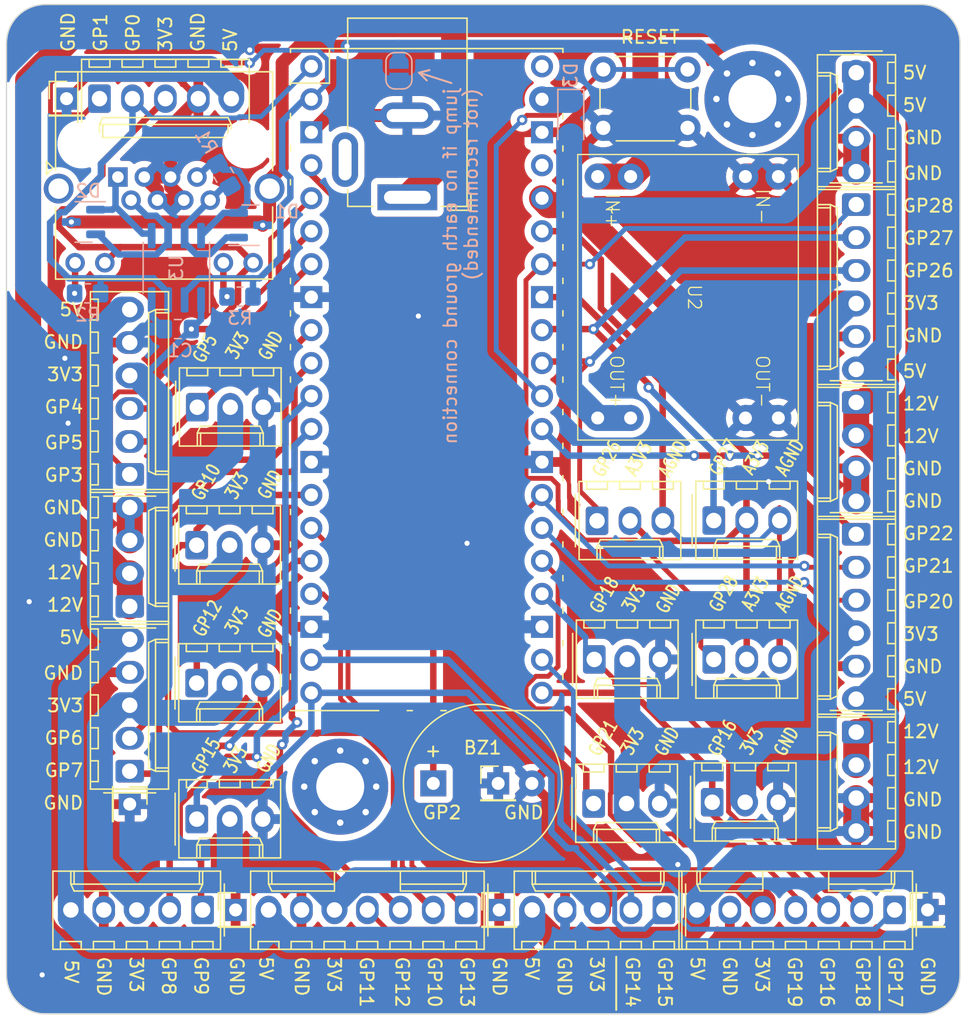
<source format=kicad_pcb>
(kicad_pcb (version 20221018) (generator pcbnew)
  (layers (0 "F.Cu" signal) (31 "B.Cu" signal) (34 "B.Paste" user) (35 "F.Paste" user) (36 "B.SilkS" user "B.Silkscreen") (37 "F.SilkS" user "F.Silkscreen") (38 "B.Mask" user) (39 "F.Mask" user) (44 "Edge.Cuts" user))
  (net 0 "")
  (net 1 "GPIO2")
  (net 2 "GND")
  (net 3 "VSYS")
  (net 4 "Net-(D1-A1)")
  (net 5 "Net-(D1-A2)")
  (net 6 "Earth")
  (net 7 "Net-(D2-A1)")
  (net 8 "Net-(D2-A2)")
  (net 9 "12V")
  (net 10 "GPIO15")
  (net 11 "GPIO14")
  (net 12 "3V3")
  (net 13 "GPIO9")
  (net 14 "GPIO8")
  (net 15 "GPIO13")
  (net 16 "GPIO10")
  (net 17 "GPIO12")
  (net 18 "GPIO11")
  (net 19 "GPIO0")
  (net 20 "GPIO3")
  (net 21 "GPIO1")
  (net 22 "GPIO22")
  (net 23 "GPIO21")
  (net 24 "GPIO20")
  (net 25 "GPIO26_ADC0")
  (net 26 "ADC_VREF")
  (net 27 "AGND")
  (net 28 "GPIO27_ADC1")
  (net 29 "GPIO28_ADC2")
  (net 30 "GPIO17")
  (net 31 "GPIO18")
  (net 32 "GPIO16")
  (net 33 "GPIO19")
  (net 34 "GPIO5")
  (net 35 "GPIO4")
  (net 36 "GPIO7")
  (net 37 "GPIO6")
  (net 38 "3V3_EN")
  (net 39 "RUN")
  (net 40 "VBUS")
  (net 42 "Net-(J1-Pad9)")
  (net 43 "Net-(J1-Pad11)")
  (net 44 "5V")
  (footprint "Custom:Mini MP1584EN" (layer "F.Cu") (at 150.035 58.3 -90)
    (fp_text reference "U2")
    (fp_text value "~")
  )
  (footprint "MountingHole:MountingHole_3.7mm_Pad_Via" (layer "F.Cu") (at 123.225 96)
    (fp_text reference "H1" hide)
    (fp_text value "MountingHole_Pad")
  )
  (footprint "Connector_Molex:Molex_KK-254_AE-6410-03A_1x03_P2.54mm_Vertical" (layer "F.Cu") (at 142.81 86.2)
    (fp_text reference "J34" hide)
    (fp_text value "Conn_01x03_Pin")
  )
  (footprint "Connector_Molex:Molex_KK-254_AE-6410-03A_1x03_P2.54mm_Vertical" (layer "F.Cu") (at 112.16 77.4)
    (fp_text reference "J28" hide)
    (fp_text value "Conn_01x03_Pin" hide)
  )
  (footprint "Connector_Molex:Molex_KK-254_AE-6410-06A_1x06_P2.54mm_Vertical" (layer "F.Cu") (at 163 51.16 -90)
    (fp_text reference "J21" hide)
    (fp_text value "I2C0/Shift")
  )
  (footprint "Connector_Molex:Molex_KK-254_AE-6410-03A_1x03_P2.54mm_Vertical" (layer "F.Cu") (at 112.17 98.5)
    (fp_text reference "J31" hide)
    (fp_text value "Conn_01x03_Pin")
  )
  (footprint "Connector_Molex:Molex_KK-254_AE-6410-04A_1x04_P2.54mm_Vertical" (layer "F.Cu") (at 163 41 -90)
    (fp_text reference "J5" hide)
    (fp_text value "5V out")
  )
  (footprint "Connector_PinHeader_2.54mm:PinHeader_1x01_P2.54mm_Vertical" (layer "F.Cu") (at 135.48 105.5)
    (fp_text reference "J25" hide)
    (fp_text value "Conn_01x01_Pin")
  )
  (footprint "Connector_Molex:Molex_KK-254_AE-6410-04A_1x04_P2.54mm_Vertical" (layer "F.Cu") (at 107 82.11 90)
    (fp_text reference "J19" hide)
    (fp_text value "12V out I2C0")
  )
  (footprint "Connector_RJ:RJ45_Amphenol_RJHSE538X" (layer "F.Cu") (at 106.09 49.04)
    (fp_text reference "J1" hide)
    (fp_text value "8P8C_LED_Shielded")
  )
  (footprint "Button_Switch_THT:SW_PUSH_6mm" (layer "F.Cu") (at 150 45.25 180)
    (fp_text reference "SW2" hide)
    (fp_text value "RUN")
  )
  (footprint "Connector_PinHeader_2.54mm:PinHeader_1x01_P2.54mm_Vertical" (layer "F.Cu") (at 168.5 105.5)
    (fp_text reference "J14" hide)
    (fp_text value "Conn_01x01_Pin" hide)
  )
  (footprint "Connector_Molex:Molex_KK-254_AE-6410-03A_1x03_P2.54mm_Vertical" (layer "F.Cu") (at 152.02 86.2)
    (fp_text reference "J13" hide)
    (fp_text value "GPI028")
  )
  (footprint "MCU_RaspberryPi_and_Boards:RPi_Pico_SMD_TH_No_Pads_No_Debug_No_USB" (layer "F.Cu") (at 129.89 64.64)
    (fp_text reference "U1" hide)
    (fp_text value "Pico")
  )
  (footprint "Buzzer_Beeper:Buzzer_12x9.5RM7.6" (layer "F.Cu") (at 130.4 95.75)
    (fp_text reference "BZ1")
    (fp_text value "Buzzer")
  )
  (footprint "Connector_Molex:Molex_KK-254_AE-6410-06A_1x06_P2.54mm_Vertical" (layer "F.Cu") (at 163 76.56 -90)
    (fp_text reference "J8" hide)
    (fp_text value "Shift 0")
  )
  (footprint "Connector_Molex:Molex_KK-254_AE-6410-05A_1x05_P2.54mm_Vertical" (layer "F.Cu") (at 148.18 105.5 180)
    (fp_text reference "J2" hide)
    (fp_text value "I2C1")
  )
  (footprint "Connector_Molex:Molex_KK-254_AE-6410-05A_1x05_P2.54mm_Vertical" (layer "F.Cu") (at 104.67 43)
    (fp_text reference "J7" hide)
    (fp_text value "Serial1")
  )
  (footprint "Connector_Molex:Molex_KK-254_AE-6410-05A_1x05_P2.54mm_Vertical" (layer "F.Cu") (at 107 94.81 90)
    (fp_text reference "J15" hide)
    (fp_text value "6 and 7?")
  )
  (footprint "Connector_Molex:Molex_KK-254_AE-6410-03A_1x03_P2.54mm_Vertical" (layer "F.Cu") (at 142.76 97.3)
    (fp_text reference "J35" hide)
    (fp_text value "Conn_01x03_Pin")
  )
  (footprint "Connector_Molex:Molex_KK-254_AE-6410-03A_1x03_P2.54mm_Vertical" (layer "F.Cu") (at 152.02 75.5)
    (fp_text reference "J11" hide)
    (fp_text value "GPI027")
  )
  (footprint "MountingHole:MountingHole_3.7mm_Pad_Via" (layer "F.Cu") (at 155 43.025)
    (fp_text reference "H5" hide)
    (fp_text value "MountingHole_Pad")
  )
  (footprint "Connector_Molex:Molex_KK-254_AE-6410-04A_1x04_P2.54mm_Vertical" (layer "F.Cu") (at 163 66.4 -90)
    (fp_text reference "J18" hide)
    (fp_text value "12V out SPI1")
  )
  (footprint "Connector_Molex:Molex_KK-254_AE-6410-03A_1x03_P2.54mm_Vertical" (layer "F.Cu") (at 112.16 88.02)
    (fp_text reference "J29" hide)
    (fp_text value "Conn_01x03_Pin" hide)
  )
  (footprint "Connector_Molex:Molex_KK-254_AE-6410-07A_1x07_P2.54mm_Vertical" (layer "F.Cu") (at 165.96 105.5 180)
    (fp_text reference "J17" hide)
    (fp_text value "SPI0")
  )
  (footprint "Connector_Molex:Molex_KK-254_AE-6410-03A_1x03_P2.54mm_Vertical" (layer "F.Cu") (at 151.9 97.2)
    (fp_text reference "J32" hide)
    (fp_text value "Conn_01x03_Pin")
  )
  (footprint "Connector_Molex:Molex_KK-254_AE-6410-06A_1x06_P2.54mm_Vertical" (layer "F.Cu") (at 107 71.95 90)
    (fp_text reference "J6" hide)
    (fp_text value "I2C0/Shift")
  )
  (footprint "Connector_Molex:Molex_KK-254_AE-6410-04A_1x04_P2.54mm_Vertical" (layer "F.Cu") (at 163 91.8 -90)
    (fp_text reference "J20" hide)
    (fp_text value "12V out shift 0")
  )
  (footprint "Connector_PinHeader_2.54mm:PinHeader_1x01_P2.54mm_Vertical" (layer "F.Cu") (at 107 97.35 -90)
    (fp_text reference "J10" hide)
    (fp_text value "Conn_01x01_Pin")
  )
  (footprint "Connector_PinHeader_2.54mm:PinHeader_1x01_P2.54mm_Vertical" (layer "F.Cu") (at 102.13 43)
    (fp_text reference "J24" hide)
    (fp_text value "Conn_01x01_Pin" hide)
  )
  (footprint "Connector_Molex:Molex_KK-254_AE-6410-05A_1x05_P2.54mm_Vertical" (layer "F.Cu") (at 112.62 105.5 180)
    (fp_text reference "J3" hide)
    (fp_text value "UART1")
  )
  (footprint "Connector_PinHeader_2.54mm:PinHeader_1x01_P2.54mm_Vertical" (layer "F.Cu") (at 135.4 95.75)
    (fp_text reference "J23" hide)
    (fp_text value "Conn_01x01_Pin")
  )
  (footprint "Connector_PinHeader_2.54mm:PinHeader_1x01_P2.54mm_Vertical" (layer "F.Cu") (at 115.16 105.5)
    (fp_text reference "J12" hide)
    (fp_text value "Conn_01x01_Pin")
  )
  (footprint "Connector_BarrelJack:BarrelJack_GCT_DCJ200-10-A_Horizontal" (layer "F.Cu") (at 128.4 50.6 180)
    (fp_text reference "J22" hide)
    (fp_text value "Barrel_Jack_Switch" hide)
  )
  (footprint "Connector_Molex:Molex_KK-254_AE-6410-03A_1x03_P2.54mm_Vertical" (layer "F.Cu") (at 143.02 75.52)
    (fp_text reference "J9" hide)
    (fp_text value "GPI026")
  )
  (footprint "Connector_Molex:Molex_KK-254_AE-6410-03A_1x03_P2.54mm_Vertical" (layer "F.Cu") (at 112.21 66.77)
    (fp_text reference "J16" hide)
    (fp_text value "Conn_01x03_Pin" hide)
  )
  (footprint "Connector_Molex:Molex_KK-254_AE-6410-07A_1x07_P2.54mm_Vertical" (layer "F.Cu") (at 132.94 105.5 180)
    (fp_text reference "J4" hide)
    (fp_text value "SPI1")
  )
  (footprint "Package_TO_SOT_SMD:SOT-23" (layer "B.Cu") (at 103.4375 52.5 180)
    (fp_text reference "D2")
    (fp_text value "SM712_SOT23" hide)
  )
  (footprint "Jumper:SolderJumper-2_P1.3mm_Open_RoundedPad1.0x1.5mm" (layer "B.Cu") (at 127.75 40.85 90)
    (fp_text reference "JP1" hide)
    (fp_text value "Jumper_2_Open" hide)
  )
  (footprint "Resistor_SMD:R_0805_2012Metric_Pad1.20x1.40mm_HandSolder" (layer "B.Cu") (at 114.25 48.883975 -60)
    (fp_text reference "R1")
    (fp_text value "120")
  )
  (footprint "Resistor_SMD:R_0805_2012Metric_Pad1.20x1.40mm_HandSolder" (layer "B.Cu") (at 115.5 58.25)
    (fp_text reference "R3")
    (fp_text value "10k")
  )
  (footprint "Resistor_SMD:R_0805_2012Metric_Pad1.20x1.40mm_HandSolder" (layer "B.Cu") (at 103.75 58)
    (fp_text reference "R2")
    (fp_text value "10k")
  )
  (footprint "Package_TO_SOT_SMD:SOT-23" (layer "B.Cu") (at 116.3125 52.75)
    (fp_text reference "D1")
    (fp_text value "SM712_SOT23")
  )
  (footprint "Capacitor_SMD:C_0805_2012Metric_Pad1.18x1.45mm_HandSolder" (layer "B.Cu") (at 110.7125 60.75 180)
    (fp_text reference "C1")
    (fp_text value "100nF")
  )
  (footprint "Diode_SMD:D_SOD-123F" (layer "B.Cu") (at 141 44.5 -90)
    (fp_text reference "D3")
    (fp_text value "MBR1020VL")
  )
  (footprint "Package_SO:SOIC-8_3.9x4.9mm_P1.27mm" (layer "B.Cu") (at 110.595 56.025 90)
    (fp_text reference "U3")
    (fp_text value "MAX3490xSA")
  )
  (gr_line (start 131.8 41.8) (end 129.3 41) (stroke (width 0.15)) (layer "B.SilkS"))
  (gr_line (start 130.1 40.8) (end 129.3 41) (stroke (width 0.15)) (layer "B.SilkS"))
  (gr_line (start 129.3 41) (end 130.1 40.8) (stroke (width 0.15)) (layer "B.SilkS"))
  (gr_line (start 129.3 41) (end 129.9 41.6) (stroke (width 0.15)) (layer "B.SilkS"))
  (gr_line (start 164.8 109.1) (end 164.8 113.2) (stroke (width 0.15)) (layer "F.SilkS"))
  (gr_line (start 144.5 109.1) (end 144.5 113.2) (stroke (width 0.15)) (layer "F.SilkS"))
  (gr_line (start 97.5 38.75) (end 97.5 110.5) (stroke (width 0.1)) (layer "Edge.Cuts"))
  (gr_arc (start 168 35.75) (mid 170.12132 36.62868) (end 171 38.75) (stroke (width 0.1)) (layer "Edge.Cuts"))
  (gr_arc (start 100.5 113.5) (mid 98.37868 112.62132) (end 97.5 110.5) (stroke (width 0.1)) (layer "Edge.Cuts"))
  (gr_line (start 168 35.75) (end 100.5 35.75) (stroke (width 0.1)) (layer "Edge.Cuts"))
  (gr_arc (start 171 110.5) (mid 170.12132 112.62132) (end 168 113.5) (stroke (width 0.1)) (layer "Edge.Cuts"))
  (gr_arc (start 97.5 38.75) (mid 98.37868 36.62868) (end 100.5 35.75) (stroke (width 0.1)) (layer "Edge.Cuts"))
  (gr_line (start 168 113.5) (end 100.5 113.5) (stroke (width 0.1)) (layer "Edge.Cuts"))
  (gr_line (start 171 38.75) (end 171 110.5) (stroke (width 0.1)) (layer "Edge.Cuts"))
  (gr_text "jump if no earth ground connection\n(not recommended)" (at 133.9 42.1 90) (layer "B.SilkS") (effects (font (size 1 1)) (justify left bottom mirror)))
  (gr_text "GP15" (at 112.1 95 60) (layer "F.SilkS") (effects (font (size 1 0.75)) (justify left)))
  (gr_text "A3V3" (at 154.5 71.9 60) (layer "F.SilkS") (effects (font (size 1 0.75)) (justify left)))
  (gr_text "AGND" (at 157.1 82.5 60) (layer "F.SilkS") (effects (font (size 1 0.75)) (justify left)))
  (gr_text "5V" (at 103.5 84.5) (layer "F.SilkS") (effects (font (size 1 1)) (justify right)))
  (gr_text "GP13" (at 133 109 270) (layer "F.SilkS") (effects (font (size 1 1)) (justify left)))
  (gr_text "GP28" (at 152 82.5 60) (layer "F.SilkS") (effects (font (size 1 0.75)) (justify left)))
  (gr_text "5V" (at 166.5 43.5) (layer "F.SilkS") (effects (font (size 1 1)) (justify left)))
  (gr_text "3V3" (at 103.5 89.75) (layer "F.SilkS") (effects (font (size 1 1)) (justify right)))
  (gr_text "3V3" (at 114.7 73.8 60) (layer "F.SilkS") (effects (font (size 1 0.75)) (justify left)))
  (gr_text "GND" (at 168.5 109 -90) (layer "F.SilkS") (effects (font (size 1 1)) (justify left)))
  (gr_text "GP3" (at 103.5 72) (layer "F.SilkS") (effects (font (size 1 1)) (justify right)))
  (gr_text "GP5" (at 112.2 63.3 60) (layer "F.SilkS") (effects (font (size 1 0.75)) (justify left)))
  (gr_text "3V3" (at 122.75 109 270) (layer "F.SilkS") (effects (font (size 1 1)) (justify left)))
  (gr_text "GP11" (at 125.25 109 270) (layer "F.SilkS") (effects (font (size 1 1)) (justify left)))
  (gr_text "3V3" (at 166.5 84.25) (layer "F.SilkS") (effects (font (size 1 1)) (justify left)))
  (gr_text "GND" (at 166.5 86.75) (layer "F.SilkS") (effects (font (size 1 1)) (justify left)))
  (gr_text "GND" (at 166.5 71.5) (layer "F.SilkS") (effects (font (size 1 1)) (justify left)))
  (gr_text "GND" (at 135.5 109 270) (layer "F.SilkS") (effects (font (size 1 1)) (justify left)))
  (gr_text "GND" (at 166.5 74) (layer "F.SilkS") (effects (font (size 1 1)) (justify left)))
  (gr_text "GP10" (at 112.1 73.9 60) (layer "F.SilkS") (effects (font (size 1 0.75)) (justify left)))
  (gr_text "12V" (at 166.5 91.75) (layer "F.SilkS") (effects (font (size 1 1)) (justify left)))
  (gr_text "GP12" (at 128 109 270) (layer "F.SilkS") (effects (font (size 1 1)) (justify left)))
  (gr_text "GND\n" (at 103.5 74.5) (layer "F.SilkS") (effects (font (size 1 1)) (justify right)))
  (gr_text "12V" (at 103.5 82) (layer "F.SilkS") (effects (font (size 1 1)) (justify right)))
  (gr_text "3V3" (at 145.2 93.5 60) (layer "F.SilkS") (effects (font (size 1 0.75)) (justify left)))
  (gr_text "GND" (at 147.9 82.6 60) (layer "F.SilkS") (effects (font (size 1 0.75)) (justify left)))
  (gr_text "GND" (at 117.2 84.5 60) (layer "F.SilkS") (effects (font (size 1 0.75)) (justify left)))
  (gr_text "GND\n" (at 103.5 61.75) (layer "F.SilkS") (effects (font (size 1 1)) (justify right)))
  (gr_text "5V" (at 166.5 89.25) (layer "F.SilkS") (effects (font (size 1 1)) (justify left)))
  (gr_text "GP7" (at 103.5 94.75) (layer "F.SilkS") (effects (font (size 1 1)) (justify right)))
  (gr_text "GP2" (at 129.5 98) (layer "F.SilkS") (effects (font (size 1 1)) (justify left)))
  (gr_text "5V" (at 138 109 270) (layer "F.SilkS") (effects (font (size 1 1)) (justify left)))
  (gr_text "GP8" (at 110 109 270) (layer "F.SilkS") (effects (font (size 1 1)) (justify left)))
  (gr_text "GP0" (at 107.25 39.5 90) (layer "F.SilkS") (effects (font (size 1 1)) (justify left)))
  (gr_text "GP26" (at 166.5 56.25) (layer "F.SilkS") (effects (font (size 1 1)) (justify left)))
  (gr_text "3V3" (at 143 109 270) (layer "F.SilkS") (effects (font (size 1 1)) (justify left)))
  (gr_text "GP18" (at 163.5 109 270) (layer "F.SilkS") (effects (font (size 1 1)) (justify left)))
  (gr_text "GP27" (at 152 72 60) (layer "F.SilkS") (effects (font (size 1 0.75)) (justify left)))
  (gr_text "3V3" (at 166.5 58.75) (layer "F.SilkS") (effects (font (size 1 1)) (justify left)))
  (gr_text "AGND" (at 148.1 72.1 60) (layer "F.SilkS") (effects (font (size 1 0.75)) (justify left)))
  (gr_text "GND" (at 147.8 93.6 60) (layer "F.SilkS") (effects (font (size 1 0.75)) (justify left)))
  (gr_text "GP21" (at 142.7 93.6 60) (layer "F.SilkS") (effects (font (size 1 0.75)) (justify left)))
  (gr_text "GP17" (at 166 109 270) (layer "F.SilkS") (effects (font (size 1 1)) (justify left)))
  (gr_text "GND" (at 102.25 39.5 90) (layer "F.SilkS") (effects (font (size 1 1)) (justify left)))
  (gr_text "GND\n" (at 103.5 77) (layer "F.SilkS") (effects (font (size 1 1)) (justify right)))
  (gr_text "GP27" (at 166.5 53.75) (layer "F.SilkS") (effects (font (size 1 1)) (justify left)))
  (gr_text "12V" (at 166.5 66.5) (layer "F.SilkS") (effects (font (size 1 1)) (justify left)))
  (gr_text "3V3" (at 145.3 82.5 60) (layer "F.SilkS") (effects (font (size 1 0.75)) (justify left)))
  (gr_text "GP28" (at 166.5 51.25) (layer "F.SilkS") (effects (font (size 1 1)) (justify left)))
  (gr_text "3V3" (at 107.5 109 270) (layer "F.SilkS") (effects (font (size 1 1)) (justify left)))
  (gr_text "RESET" (at 144.75 38.25) (layer "F.SilkS") (effects (font (size 1 1)) (justify left)))
  (gr_text "3V3" (at 103.5 64.25) (layer "F.SilkS") (effects (font (size 1 1)) (justify right)))
  (gr_text "GP12" (at 112.2 84.4 60) (layer "F.SilkS") (effects (font (size 1 0.75)) (justify left)))
  (gr_text "GND" (at 166.5 46) (layer "F.SilkS") (effects (font (size 1 1)) (justify left)))
  (gr_text "3V3" (at 155.75 109 270) (layer "F.SilkS") (effects (font (size 1 1)) (justify left)))
  (gr_text "GP19" (at 158.25 109 270) (layer "F.SilkS") (effects (font (size 1 1)) (justify left)))
  (gr_text "GND" (at 105 109 270) (layer "F.SilkS") (effects (font (size 1 1)) (justify left)))
  (gr_text "GND" (at 112.25 39.5 90) (layer "F.SilkS") (effects (font (size 1 1)) (justify left)))
  (gr_text "GP20" (at 166.5 81.75) (layer "F.SilkS") (effects (font (size 1 1)) (justify left)))
  (gr_text "A3V3" (at 145.5 72 60) (layer "F.SilkS") (effects (font (size 1 0.75)) (justify left)))
  (gr_text "3V3" (at 114.6 94.9 60) (layer "F.SilkS") (effects (font (size 1 0.75)) (justify left)))
  (gr_text "GND" (at 166.5 48.75) (layer "F.SilkS") (effects (font (size 1 1)) (justify left)))
  (gr_text "12V" (at 166.5 94.5) (layer "F.SilkS") (effects (font (size 1 1)) (justify left)))
  (gr_text "IN+" (at 144.2 50.2 270) (layer "F.SilkS") (effects (font (size 1 1) (thickness 0.1)) (justify left)))
  (gr_text "GND" (at 166.5 61.25) (layer "F.SilkS") (effects (font (size 1 1)) (justify left)))
  (gr_text "5V" (at 150.75 109 270) (layer "F.SilkS") (effects (font (size 1 1)) (justify left)))
  (gr_text "GND" (at 166.5 99.5) (layer "F.SilkS") (effects (font (size 1 1)) (justify left)))
  (gr_text "GP22\n" (at 166.5 76.5) (layer "F.SilkS") (effects (font (size 1 1)) (justify left)))
  (gr_text "GND" (at 135.75 98) (layer "F.SilkS") (effects (font (size 1 1)) (justify left)))
  (gr_text "GP18" (at 142.8 82.6 60) (layer "F.SilkS") (effects (font (size 1 0.75)) (justify left)))
  (gr_text "GP15" (at 148.25 109 270) (layer "F.SilkS") (effects (font (size 1 1)) (justify left)))
  (gr_text "A3V3" (at 154.5 82.4 60) (layer "F.SilkS") (effects (font (size 1 0.75)) (justify left)))
  (gr_text "GP16" (at 151.9 93.6 60) (layer "F.SilkS") (effects (font (size 1 0.75)) (justify left)))
  (gr_text "3V3" (at 114.75 63 60) (layer "F.SilkS") (effects (font (size 1 0.75)) (justify left)))
  (gr_text "12V" (at 166.5 69) (layer "F.SilkS") (effects (font (size 1 1)) (justify left)))
  (gr_text "GND" (at 117.2 73.8 60) (layer "F.SilkS") (effects (font (size 1 0.75)) (justify left)))
  (gr_text "GND" (at 117.1 94.9 60) (layer "F.SilkS") (effects (font (size 1 0.75)) (justify left)))
  (gr_text "GP1" (at 104.75 39.5 90) (layer "F.SilkS") (effects (font (size 1 1)) (justify left)))
  (gr_text "3V3" (at 154.4 93.5 60) (layer "F.SilkS") (effects (font (size 1 0.75)) (justify left)))
  (gr_text "GND" (at 120.25 109 270) (layer "F.SilkS") (effects (font (size 1 1)) (justify left)))
  (gr_text "GND" (at 103.5 87.25) (layer "F.SilkS") (effects (font (size 1 1)) (justify right)))
  (gr_text "5V" (at 166.5 41) (layer "F.SilkS") (effects (font (size 1 1)) (justify left)))
  (gr_text "GND" (at 166.5 97) (layer "F.SilkS") (effects (font (size 1 1)) (justify left)))
  (gr_text "3V3" (at 114.7 84.2 60) (layer "F.SilkS") (effects (font (size 1 0.75)) (justify left)))
  (gr_text "GP10" (at 130.5 109 270) (layer "F.SilkS") (effects (font (size 1 1)) (justify left)))
  (gr_text "5V" (at 102.5 109.25 270) (layer "F.SilkS") (effects (font (size 1 1)) (justify left)))
  (gr_text "GP6" (at 103.5 92.25) (layer "F.SilkS") (effects (font (size 1 1)) (justify right)))
  (gr_text "5V" (at 114.75 39.5 90) (layer "F.SilkS") (effects (font (size 1 1)) (justify left)))
  (gr_text "GND" (at 103.5 97.25) (layer "F.SilkS") (effects (font (size 1 1)) (justify right)))
  (gr_text "GP5" (at 103.5 69.5) (layer "F.SilkS") (effects (font (size 1 1)) (justify right)))
  (gr_text "GND" (at 153.25 109 270) (layer "F.SilkS") (effects (font (size 1 1)) (justify left)))
  (gr_text "GP9" (at 112.5 109 270) (layer "F.SilkS") (effects (font (size 1 1)) (justify left)))
  (gr_text "5V" (at 117.5 109 270) (layer "F.SilkS") (effects (font (size 1 1)) (justify left)))
  (gr_text "GP4" (at 103.5 66.75) (layer "F.SilkS") (effects (font (size 1 1)) (justify right)))
  (gr_text "GP21" (at 166.5 79) (layer "F.SilkS") (effects (font (size 1 1)) (justify left)))
  (gr_text "12V" (at 103.5 79.5) (layer "F.SilkS") (effects (font (size 1 1)) (justify right)))
  (gr_text "GND" (at 115.25 109 270) (layer "F.SilkS") (effects (font (size 1 1)) (justify left)))
  (gr_text "5V" (at 103.5 59.25) (layer "F.SilkS") (effects (font (size 1 1)) (justify right)))
  (gr_text "GP16" (at 160.75 109 270) (layer "F.SilkS") (effects (font (size 1 1)) (justify left)))
  (gr_text "GP14" (at 145.75 109 270) (layer "F.SilkS") (effects (font (size 1 1)) (justify left)))
  (gr_text "GND" (at 140.5 109 270) (layer "F.SilkS") (effects (font (size 1 1)) (justify left)))
  (gr_text "GND" (at 157 93.6 60) (layer "F.SilkS") (effects (font (size 1 0.75)) (justify left)))
  (gr_text "3V3" (at 109.75 39.5 90) (layer "F.SilkS") (effects (font (size 1 1)) (justify left)))
  (gr_text "GP26" (at 143 72.1 60) (layer "F.SilkS") (effects (font (size 1 0.75)) (justify left)))
  (gr_text "5V" (at 166.5 64) (layer "F.SilkS") (effects (font (size 1 1)) (justify left)))
  (gr_text "AGND" (at 157.1 72 60) (layer "F.SilkS") (effects (font (size 1 0.75)) (justify left)))
  (gr_text "GND" (at 117.25 63.1 60) (layer "F.SilkS") (effects (font (size 1 0.75)) (justify left)))
  (segment (start 121 48.831522) (end 123 50.831522) (width 0.5) (layer "F.Cu") (net 1))
  (segment (start 123 74.75) (end 130.4 82.15) (width 0.5) (layer "F.Cu") (net 1))
  (segment (start 123 50.831522) (end 123 74.75) (width 0.5) (layer "F.Cu") (net 1))
  (segment (start 130.4 82.15) (end 130.4 95.75) (width 0.5) (layer "F.Cu") (net 1))
  (segment (start 121 48.13) (end 121 48.831522) (width 0.5) (layer "F.Cu") (net 1))
  (segment (start 154.46 49) (end 157 49) (width 2) (layer "F.Cu") (net 2))
  (segment (start 110.745 41.455) (end 112.29 43) (width 0.5) (layer "F.Cu") (net 2))
  (segment (start 163 96.88) (end 163 99.42) (width 2) (layer "F.Cu") (net 2))
  (segment (start 163 71.48) (end 163 74.02) (width 2) (layer "F.Cu") (net 2))
  (segment (start 103.675 41.455) (end 110.745 41.455) (width 0.5) (layer "F.Cu") (net 2))
  (segment (start 110.154 49.804) (end 110.154 49.04) (width 1) (layer "F.Cu") (net 2))
  (segment (start 163 46.08) (end 163 48.62) (width 2) (layer "F.Cu") (net 2))
  (segment (start 122.29 44.3) (end 128.4 44.3) (width 1) (layer "F.Cu") (net 2))
  (segment (start 111.17 50.82) (end 110.154 49.804) (width 1) (layer "F.Cu") (net 2))
  (segment (start 109.138 50.056) (end 109.138 50.82) (width 1) (layer "F.Cu") (net 2))
  (segment (start 110.154 49.04) (end 110.154 45.136) (width 1) (layer "F.Cu") (net 2))
  (segment (start 110.154 45.136) (end 112.29 43) (width 1) (layer "F.Cu") (net 2))
  (segment (start 111.17 50.82) (end 109.138 50.82) (width 1) (layer "F.Cu") (net 2))
  (segment (start 121 45.59) (end 122.29 44.3) (width 1) (layer "F.Cu") (net 2))
  (segment (start 108.122 49.04) (end 110.154 49.04) (width 1) (layer "F.Cu") (net 2))
  (segment (start 108.122 49.04) (end 109.138 50.056) (width 1) (layer "F.Cu") (net 2))
  (segment (start 107 74.49) (end 107 77.03) (width 2) (layer "F.Cu") (net 2))
  (segment (start 102.13 43) (end 103.675 41.455) (width 0.5) (layer "F.Cu") (net 2))
  (via (at 129.25 59.75) (size 0.8) (drill 0.4) (layers "F.Cu" "B.Cu") (net 2))
  (via (at 102 63) (size 0.8) (drill 0.4) (layers "F.Cu" "B.Cu") (net 2))
  (via (at 116.25 39.25) (size 0.8) (drill 0.4) (layers "F.Cu" "B.Cu") (net 2))
  (via (at 156.25 72.5) (size 0.8) (drill 0.4) (layers "F.Cu" "B.Cu") (net 2))
  (via (at 99.25 81.75) (size 0.8) (drill 0.4) (layers "F.Cu" "B.Cu") (net 2))
  (via (at 133 77.25) (size 0.8) (drill 0.4) (layers "F.Cu" "B.Cu") (net 2))
  (via (at 100.25 110.5) (size 0.8) (drill 0.4) (layers "F.Cu" "B.Cu") (net 2))
  (via (at 102.25 68) (size 0.8) (drill 0.4) (layers "F.Cu" "B.Cu") (net 2))
  (segment (start 109.675 60.75) (end 108.04 60.75) (width 1) (layer "B.Cu") (net 2))
  (segment (start 157 67.6) (end 154.46 67.6) (width 2) (layer "B.Cu") (net 2))
  (segment (start 138.78 83.69) (end 121 83.69) (width 1) (layer "B.Cu") (net 2))
  (segment (start 108.69 59.765) (end 109.675 60.75) (width 0.5) (layer "B.Cu") (net 2))
  (segment (start 143.5 45.25) (end 150 45.25) (width 2) (layer "B.Cu") (net 2))
  (segment (start 108.04 60.75) (end 107 61.79) (width 1) (layer "B.Cu") (net 2))
  (segment (start 121 70.99) (end 138.78 70.99) (width 1) (layer "B.Cu") (net 2))
  (segment (start 108.69 58.5) (end 108.69 59.765) (width 0.5) (layer "B.Cu") (net 2))
  (segment (start 141 43.1) (end 138.83 43.1) (width 2) (layer "B.Cu") (net 3))
  (segment (start 138.83 43.1) (end 138.78 43.05) (width 2) (layer "B.Cu") (net 3))
  (segment (start 111.23 54.103528) (end 112.101472 54.975) (width 0.5) (layer "B.Cu") (net 4))
  (segment (start 111.23 53.55) (end 111.23 52.792) (width 0.5) (layer "B.Cu") (net 4))
  (segment (start 114.272 49.75) (end 113.202 50.82) (width 0.5) (layer "B.Cu") (net 4))
  (segment (start 111.23 53.55) (end 111.23 54.103528) (width 0.5) (layer "B.Cu") (net 4))
  (segment (start 112.101472 54.975) (end 113.187943 54.975) (width 0.5) (layer "B.Cu") (net 4))
  (segment (start 114.462943 53.7) (end 115.375 53.7) (width 0.5) (layer "B.Cu") (net 4))
  (segment (start 114.75 49.75) (end 114.272 49.75) (width 0.5) (layer "B.Cu") (net 4))
  (segment (start 113.187943 54.975) (end 114.462943 53.7) (width 0.5) (layer "B.Cu") (net 4))
  (segment (start 111.23 52.792) (end 113.202 50.82) (width 0.5) (layer "B.Cu") (net 4))
  (segment (start 113.20805 48.01795) (end 112.186 49.04) (width 0.5) (layer "B.Cu") (net 5))
  (segment (start 115.375 51.8) (end 114.25 51.8) (width 0.5) (layer "B.Cu") (net 5))
  (segment (start 116.065904 51.109096) (end 115.375 51.8) (width 0.5) (layer "B.Cu") (net 5))
  (segment (start 113.75 48.01795) (end 113.20805 48.01795) (width 0.5) (layer "B.Cu") (net 5))
  (segment (start 115.425955 48.620788) (end 116.065904 49.729212) (width 0.5) (layer "B.Cu") (net 5))
  (segment (start 114.865814 48.470698) (end 115.425955 48.620788) (width 0.5) (layer "B.Cu") (net 5))
  (segment (start 114.202748 48.470698) (end 114.865814 48.470698) (width 0.5) (layer "B.Cu") (net 5))
  (segment (start 114.25 51.8) (end 112.5 53.55) (width 0.5) (layer "B.Cu") (net 5))
  (segment (start 116.065904 49.729212) (end 116.065904 51.109096) (width 0.5) (layer "B.Cu") (net 5))
  (segment (start 113.75 48.01795) (end 114.202748 48.470698) (width 0.5) (layer "B.Cu") (net 5))
  (segment (start 117.78 49.253704) (end 118.75 48.283704) (width 1) (layer "F.Cu") (net 6))
  (segment (start 102.5 52.5) (end 117 52.5) (width 1) (layer "F.Cu") (net 6))
  (segment (start 117.78 49.93) (end 117.78 52.22) (width 1) (layer "F.Cu") (net 6))
  (segment (start 118.75 40.25) (end 118.75 48.283704) (width 1) (layer "F.Cu") (net 6))
  (segment (start 117.78 52.22) (end 117.25 52.75) (width 1) (layer "F.Cu") (net 6))
  (segment (start 117.78 49.93) (end 117.78 49.253704) (width 1) (layer "F.Cu") (net 6))
  (segment (start 117 52.5) (end 117.25 52.75) (width 1) (layer "F.Cu") (net 6))
  (segment (start 120.04 38.96) (end 123.75 38.96) (width 1) (layer "F.Cu") (net 6))
  (segment (start 120.04 38.96) (end 118.75 40.25) (width 1) (layer "F.Cu") (net 6))
  (via (at 117.25 52.75) (size 0.8) (drill 0.4) (layers "F.Cu" "B.Cu") (net 6))
  (via (at 102.5 52.5) (size 0.8) (drill 0.4) (layers "F.Cu" "B.Cu") (net 6))
  (via (at 123.75 38.96) (size 0.8) (drill 0.4) (layers "F.Cu" "B.Cu") (net 6))
  (segment (start 127.75 38.96) (end 150.935 38.96) (width 1) (layer "B.Cu") (net 6))
  (segment (start 150.935 38.96) (end 155 43.025) (width 1) (layer "B.Cu") (net 6))
  (segment (start 127.75 40.2) (end 127.75 38.96) (width 1) (layer "B.Cu") (net 6))
  (segment (start 123.75 38.96) (end 127.75 38.96) (width 1) (layer "B.Cu") (net 6))
  (segment (start 108.69 53.39395) (end 107.982893 53.39395) (width 0.5) (layer "B.Cu") (net 7))
  (segment (start 108.69 53.55) (end 108.69 53.39395) (width 0.5) (layer "B.Cu") (net 7))
  (segment (start 105.9685 49.1615) (end 106.09 49.04) (width 0.375) (layer "B.Cu") (net 7))
  (segment (start 107.982893 53.39395) (end 105.906 51.317057) (width 0.5) (layer "B.Cu") (net 7))
  (segment (start 105.906 51.317057) (end 105.906 49.224) (width 0.5) (layer "B.Cu") (net 7))
  (segment (start 105.673057 51.55) (end 105.906 51.317057) (width 0.5) (layer "B.Cu") (net 7))
  (segment (start 105.906 49.224) (end 106.09 49.04) (width 0.5) (layer "B.Cu") (net 7))
  (segment (start 104.375 51.55) (end 105.673057 51.55) (width 0.5) (layer "B.Cu") (net 7))
  (segment (start 106.137057 55) (end 104.587057 53.45) (width 0.5) (layer "B.Cu") (net 8))
  (segment (start 104.587057 53.45) (end 104.375 53.45) (width 0.5) (layer "B.Cu") (net 8))
  (segment (start 104.45 53.525) (end 104.375 53.45) (width 0.375) (layer "B.Cu") (net 8))
  (segment (start 109.96 52.945) (end 109.035 52.02) (width 0.5) (layer "B.Cu") (net 8))
  (segment (start 109.96 53.55) (end 109.96 52.945) (width 0.5) (layer "B.Cu") (net 8))
  (segment (start 109.96 53.55) (end 109.96 54.103528) (width 0.5) (layer "B.Cu") (net 8))
  (segment (start 109.96 54.103528) (end 109.063528 55) (width 0.5) (layer "B.Cu") (net 8))
  (segment (start 108.306 52.02) (end 107.106 50.82) (width 0.5) (layer "B.Cu") (net 8))
  (segment (start 109.035 52.02) (end 108.306 52.02) (width 0.5) (layer "B.Cu") (net 8))
  (segment (start 109.063528 55) (end 106.137057 55) (width 0.5) (layer "B.Cu") (net 8))
  (segment (start 132 47) (end 132 37.26) (width 2) (layer "F.Cu") (net 9))
  (segment (start 163 66.4) (end 163 68.94) (width 2) (layer "F.Cu") (net 9))
  (segment (start 145.61 49) (end 146.75 47.86) (width 2) (layer "F.Cu") (net 9))
  (segment (start 165.295 39.77939) (end 165.295 64.717422) (width 2) (layer "F.Cu") (net 9))
  (segment (start 107 79.57) (end 106.387578 79.57) (width 2) (layer "F.Cu") (net 9))
  (segment (start 163 91.8) (end 163 94.34) (width 2) (layer "F.Cu") (net 9))
  (segment (start 163.612422 66.4) (end 163 66.4) (width 2) (layer "F.Cu") (net 9))
  (segment (start 143.07 49) (end 145.61 49) (width 2) (layer "F.Cu") (net 9))
  (segment (start 128.4 50.6) (end 132 47) (width 2) (layer "F.Cu") (net 9))
  (segment (start 99.17 72.352422) (end 99.17 41.58) (width 2) (layer "F.Cu") (net 9))
  (segment (start 146.75 47.86) (end 146.75 37.26) (width 2) (layer "F.Cu") (net 9))
  (segment (start 163 68.94) (end 163.612422 68.94) (width 2) (layer "F.Cu") (net 9))
  (segment (start 162.77561 37.26) (end 165.295 39.77939) (width 2) (layer "F.Cu") (net 9))
  (segment (start 107 79.57) (end 107 82.11) (width 2) (layer "F.Cu") (net 9))
  (segment (start 165.295 64.717422) (end 163.612422 66.4) (width 2) (layer "F.Cu") (net 9))
  (segment (start 103.49 37.26) (end 132 37.26) (width 2) (layer "F.Cu") (net 9))
  (segment (start 99.17 41.58) (end 103.49 37.26) (width 2) (layer "F.Cu") (net 9))
  (segment (start 163.612422 91.8) (end 163 91.8) (width 2) (layer "F.Cu") (net 9))
  (segment (start 132 37.26) (end 146.75 37.26) (width 2) (layer "F.Cu") (net 9))
  (segment (start 163.612422 68.94) (end 165.295 70.622578) (width 2) (layer "F.Cu") (net 9))
  (segment (start 146.75 37.26) (end 162.77561 37.26) (width 2) (layer "F.Cu") (net 9))
  (segment (start 165.295 70.622578) (end 165.295 90.117422) (width 2) (layer "F.Cu") (net 9))
  (segment (start 165.295 90.117422) (end 163.612422 91.8) (width 2) (layer "F.Cu") (net 9))
  (segment (start 106.387578 79.57) (end 99.17 72.352422) (width 2) (layer "F.Cu") (net 9))
  (segment (start 112.17 98.5) (end 112.17 96.43) (width 0.5) (layer "B.Cu") (net 10))
  (segment (start 141.4 100.75) (end 141.4 100.9) (width 0.375) (layer "B.Cu") (net 10))
  (segment (start 144.3825 103.8825) (end 144.3825 106.3825) (width 0.375) (layer "B.Cu") (net 10))
  (segment (start 141.4 100.75) (end 140.75 100.75) (width 0.5) (layer "B.Cu") (net 10))
  (segment (start 144.9825 106.9825) (end 146.6975 106.9825) (width 0.375) (layer "B.Cu") (net 10))
  (segment (start 112.17 96.43) (end 112.7 95.9) (width 0.5) (layer "B.Cu") (net 10))
  (segment (start 140.75 100.75) (end 139.5 99.5) (width 0.5) (layer "B.Cu") (net 10))
  (segment (start 112.7 95.9) (end 116.8 95.9) (width 0.5) (layer "B.Cu") (net 10))
  (segment (start 141.4 100.9) (end 144.3825 103.8825) (width 0.375) (layer "B.Cu") (net 10))
  (segment (start 133.07061 88.77) (end 121 88.77) (width 0.5) (layer "B.Cu") (net 10))
  (segment (start 139.5 99.5) (end 139.5 95.19939) (width 0.5) (layer "B.Cu") (net 10))
  (segment (start 121 91.7) (end 121 88.77) (width 0.5) (layer "B.Cu") (net 10))
  (segment (start 139.5 95.19939) (end 133.07061 88.77) (width 0.5) (layer "B.Cu") (net 10))
  (segment (start 146.6975 106.9825) (end 148.18 105.5) (width 0.375) (layer "B.Cu") (net 10))
  (segment (start 116.8 95.9) (end 121 91.7) (width 0.5) (layer "B.Cu") (net 10))
  (segment (start 144.3825 106.3825) (end 144.9825 106.9825) (width 0.375) (layer "B.Cu") (net 10))
  (segment (start 140.2 94.909441) (end 140.2 98.8) (width 0.5) (layer "B.Cu") (net 11))
  (segment (start 121 86.23) (end 131.52056 86.23) (width 0.5) (layer "B.Cu") (net 11))
  (segment (start 145.64 104.000051) (end 145.64 105.5) (width 0.5) (layer "B.Cu") (net 11))
  (segment (start 141.45 100.05) (end 141.689949 100.05) (width 0.5) (layer "B.Cu") (net 11))
  (segment (start 141.689949 100.05) (end 145.64 104.000051) (width 0.5) (layer "B.Cu") (net 11))
  (segment (start 131.52056 86.23) (end 140.2 94.909441) (width 0.5) (layer "B.Cu") (net 11))
  (segment (start 140.2 98.8) (end 141.45 100.05) (width 0.5) (layer "B.Cu") (net 11))
  (segment (start 101.813503 51.53) (end 102.22 51.53) (width 0.5) (layer "F.Cu") (net 12))
  (segment (start 106.28 54.44) (end 103.096497 54.44) (width 0.5) (layer "F.Cu") (net 12))
  (segment (start 155.8 104.887578) (end 154.117422 103.205) (width 2) (layer "F.Cu") (net 12))
  (segment (start 113.202082 60.75) (end 111.75 60.75) (width 0.5) (layer "F.Cu") (net 12))
  (segment (start 148.752192 58.78) (end 163 58.78) (width 2) (layer "F.Cu") (net 12))
  (segment (start 149.25 102) (end 149.25 103.205) (width 2) (layer "F.Cu") (net 12))
  (segment (start 102.22 51.53) (end 104.89 48.86) (width 0.5) (layer "F.Cu") (net 12))
  (segment (start 139.31 51.2) (end 141.172192 51.2) (width 2) (layer "F.Cu") (net 12))
  (segment (start 106.28 54.44) (end 115.31 54.44) (width 0.5) (layer "F.Cu") (net 12))
  (segment (start 116.51 55.64) (end 115.35 56.8) (width 0.5) (layer "F.Cu") (net 12))
  (segment (start 143.1 104.887578) (end 143.1 105.5) (width 2) (layer "F.Cu") (net 12))
  (segment (start 109.535204 43.27) (end 109.75 43.27) (width 0.5) (layer "F.Cu") (net 12))
  (segment (start 101.813503 51.53) (end 101.55 51.793503) (width 0.5) (layer "F.Cu") (net 12))
  (segment (start 105.08 55.64) (end 106.28 54.44) (width 0.5) (layer "F.Cu") (net 12))
  (segment (start 115.35 56.8) (end 115.35 58.602082) (width 0.5) (layer "F.Cu") (net 12))
  (segment (start 104.89 48.86) (end 104.89 47.915204) (width 0.5) (layer "F.Cu") (net 12))
  (segment (start 115.35 58.602082) (end 113.202082 60.75) (width 0.5) (layer "F.Cu") (net 12))
  (segment (start 101.55 51.793503) (end 101.55 52.893503) (width 0.5) (layer "F.Cu") (net 12))
  (segment (start 104.89 47.915204) (end 109.535204 43.27) (width 0.5) (layer "F.Cu") (net 12))
  (segment (start 141.172192 51.2) (end 148.752192 58.78) (width 2) (layer "F.Cu") (net 12))
  (segment (start 115.31 54.44) (end 116.51 55.64) (width 0.5) (layer "F.Cu") (net 12))
  (segment (start 155.8 105.5) (end 155.8 104.887578) (width 2) (layer "F.Cu") (net 12))
  (segment (start 154.117422 103.205) (end 149.25 103.205) (width 2) (layer "F.Cu") (net 12))
  (segment (start 101.55 52.893503) (end 103.096497 54.44) (width 0.5) (layer "F.Cu") (net 12))
  (segment (start 138.78 50.67) (end 139.31 51.2) (width 2) (layer "F.Cu") (net 12))
  (segment (start 149.25 103.205) (end 144.782578 103.205) (width 2) (layer "F.Cu") (net 12))
  (segment (start 144.782578 103.205) (end 143.1 104.887578) (width 2) (layer "F.Cu") (net 12))
  (via (at 149.25 102) (size 0.8) (drill 0.4) (layers "F.Cu" "B.Cu") (net 12))
  (via (at 111.75 60.75) (size 0.8) (drill 0.4) (layers "F.Cu" "B.Cu") (net 12))
  (segment (start 106.387578 89.73) (end 104.705 91.412578) (width 2) (layer "B.Cu") (net 12))
  (segment (start 107.612422 64.33) (end 109.295 66.012578) (width 2) (layer "B.Cu") (net 12))
  (segment (start 109.295 80.25) (end 113.18561 80.25) (width 2) (layer "B.Cu") (net 12))
  (segment (start 114.71 98.5) (end 114.71 102.995) (width 2) (layer "B.Cu") (net 12))
  (segment (start 107 64.33) (end 107.612422 64.33) (width 2) (layer "B.Cu") (net 12))
  (segment (start 114.71 77.41) (end 114.7 77.4) (width 2) (layer "B.Cu") (net 12))
  (segment (start 112.5 60) (end 112.5 58.5) (width 0.5) (layer "B.Cu") (net 12))
  (segment (start 160.5 92.5) (end 160.5 86.067578) (width 2) (layer "B.Cu") (net 12))
  (segment (start 109.222578 103.205) (end 114.5 103.205) (width 2) (layer "B.Cu") (net 12))
  (segment (start 160.705 60.462578) (end 162.387578 58.78) (width 2) (layer "B.Cu") (net 12))
  (segment (start 155.972578 92.455) (end 160.455 92.455) (width 2) (layer "B.Cu") (net 12))
  (segment (start 107 89.73) (end 106.387578 89.73) (width 2) (layer "B.Cu") (net 12))
  (segment (start 109.86 71.565) (end 113.43061 71.565) (width 2) (layer "B.Cu") (net 12))
  (segment (start 114.75 70.24561) (end 114.75 66.77) (width 2) (layer "B.Cu") (net 12))
  (segment (start 111.75 60.75) (end 108.17 64.33) (width 0.5) (layer "B.Cu") (net 12))
  (segment (start 107.54 105.5) (end 107.54 104.887578) (width 2) (layer "B.Cu") (net 12))
  (segment (start 145.3 94.53) (end 145.33 94.5) (width 2) (layer "B.Cu") (net 12))
  (segment (start 113.18561 80.25) (end 114.71 78.72561) (width 2) (layer "B.Cu") (net 12))
  (segment (start 109.295 71) (end 109.295 80.25) (width 2) (layer "B.Cu") (net 12))
  (segment (start 145.3 98.05) (end 145.3 97.3) (width 2) (layer "B.Cu") (net 12))
  (segment (start 141.417422 103.205) (end 142.995 104.782578) (width 2) (layer "B.Cu") (net 12))
  (segment (start 104.705 101.955) (end 107.54 104.79) (width 2) (layer "B.Cu") (net 12))
  (segment (start 109.295 71) (end 109.86 71.565) (width 2) (layer "B.Cu") (net 12))
  (segment (start 124.462578 103.205) (end 141.417422 103.205) (width 2) (layer "B.Cu") (net 12))
  (segment (start 162.387578 84.18) (end 160.705 82.497422) (width 2) (layer "B.Cu") (net 12))
  (segment (start 122.78 105.5) (end 122.78 104.887578) (width 2) (layer "B.Cu") (net 12))
  (segment (start 145.35 90.542422) (end 147.262578 92.455) (width 2) (layer "B.Cu") (net 12))
  (segment (start 121.205 103.205) (end 122.78 104.78) (width 2) (layer "B.Cu") (net 12))
  (segment (start 114.7 88.99561) (end 113.38061 90.315) (width 2) (layer "B.Cu") (net 12))
  (segment (start 152.97061 92.455) (end 154.29 93.77439) (width 2) (layer "B.Cu") (net 12))
  (segment (start 114.5 103.205) (end 121.205 103.205) (width 2) (layer "B.Cu") (net 12))
  (segment (start 162.387578 58.78) (end 163 58.78) (width 2) (layer "B.Cu") (net 12))
  (segment (start 104.705 91.412578) (end 104.705 101.955) (width 2) (layer "B.Cu") (net 12))
  (segment (start 154.29 97.05) (end 154.44 97.2) (width 2) (layer "B.Cu") (net 12))
  (segment (start 114.71 102.995) (end 114.5 103.205) (width 2) (layer "B.Cu") (net 12))
  (segment (start 109.295 66.012578) (end 109.295 71) (width 2) (layer "B.Cu") (net 12))
  (segment (start 149.25 102) (end 145.3 98.05) (width 2) (layer "B.Cu") (net 12))
  (segment (start 122.78 104.78) (end 122.78 105.5) (width 2) (layer "B.Cu") (net 12))
  (segment (start 145.35 86.2) (end 145.35 90.542422) (width 2) (layer "B.Cu") (net 12))
  (segment (start 113.38061 90.315) (end 108.197422 90.315) (width 2) (layer "B.Cu") (net 12))
  (segment (start 160.455 92.455) (end 160.5 92.5) (width 2) (layer "B.Cu") (net 12))
  (segment (start 142.995 104.782578) (end 142.995 105.395) (width 2) (layer "B.Cu") (net 12))
  (segment (start 107.54 104.887578) (end 109.222578 103.205) (width 2) (layer "B.Cu") (net 12))
  (segment (start 160.705 82.497422) (end 160.705 60.462578) (width 2) (layer "B.Cu") (net 12))
  (segment (start 108.197422 90.315) (end 107.612422 89.73) (width 2) (layer "B.Cu") (net 12))
  (segment (start 154.29 93.77439) (end 154.29 94.75) (width 2) (layer "B.Cu") (net 12))
  (segment (start 111.75 60.75) (end 112.5 60) (width 0.5) (layer "B.Cu") (net 12))
  (segment (start 145.58 94.137578) (end 147.262578 92.455) (width 2) (layer "B.Cu") (net 12))
  (segment (start 107.54 104.79) (end 107.54 105.5) (width 2) (layer "B.Cu") (net 12))
  (segment (start 145.3 97.3) (end 145.3 94.53) (width 2) (layer "B.Cu") (net 12))
  (segment (start 109.295 88.047422) (end 107.612422 89.73) (width 2) (layer "B.Cu") (net 12))
  (segment (start 107.612422 89.73) (end 107 89.73) (width 2) (layer "B.Cu") (net 12))
  (segment (start 108.17 64.33) (end 107 64.33) (width 0.5) (layer "B.Cu") (net 12))
  (segment (start 109.295 80.25) (end 109.295 88.047422) (width 2) (layer "B.Cu") (net 12))
  (segment (start 154.29 94.75) (end 154.29 94.137578) (width 2) (layer "B.Cu") (net 12))
  (segment (start 147.262578 92.455) (end 152.97061 92.455) (width 2) (layer "B.Cu") (net 12))
  (segment (start 114.7 88.02) (end 114.7 88.99561) (width 2) (layer "B.Cu") (net 12))
  (segment (start 160.5 86.067578) (end 162.387578 84.18) (width 2) (layer "B.Cu") (net 12))
  (segment (start 122.78 104.887578) (end 124.462578 103.205) (width 2) (layer "B.Cu") (net 12))
  (segment (start 163 84.18) (end 162.387578 84.18) (width 2) (layer "B.Cu") (net 12))
  (segment (start 113.43061 71.565) (end 114.75 70.24561) (width 2) (layer "B.Cu") (net 12))
  (segment (start 114.71 78.72561) (end 114.71 77.41) (width 2) (layer "B.Cu") (net 12))
  (segment (start 154.29 94.137578) (end 155.972578 92.455) (width 2) (layer "B.Cu") (net 12))
  (segment (start 154.29 94.75) (end 154.29 97.05) (width 2) (layer "B.Cu") (net 12))
  (segment (start 112.5 105.38) (end 112.62 105.5) (width 0.5) (layer "F.Cu") (net 13))
  (segment (start 110.85 100.1) (end 112.5 101.75) (width 0.5) (layer "F.Cu") (net 13))
  (segment (start 110.85 97.365051) (end 110.85 100.1) (width 0.5) (layer "F.Cu") (net 13))
  (segment (start 112.5 101.75) (end 112.5 105.38) (width 0.5) (layer "F.Cu") (net 13))
  (segment (start 116.8 93.7) (end 114.515051 93.7) (width 0.5) (layer "F.Cu") (net 13))
  (segment (start 114.515051 93.7) (end 110.85 97.365051) (width 0.5) (layer "F.Cu") (net 13))
  (via (at 116.8 93.7) (size 0.8) (drill 0.4) (layers "F.Cu" "B.Cu") (net 13))
  (segment (start 119.7 69.75) (end 121 68.45) (width 0.5) (layer "B.Cu") (net 13))
  (segment (start 116.8 92.1) (end 118.15 90.75) (width 0.5) (layer "B.Cu") (net 13))
  (segment (start 116.8 93.7) (end 116.8 92.1) (width 0.5) (layer "B.Cu") (net 13))
  (segment (start 118.15 90.75) (end 118.35 90.75) (width 0.5) (layer "B.Cu") (net 13))
  (segment (start 118.35 90.75) (end 119.7 89.4) (width 0.5) (layer "B.Cu") (net 13))
  (segment (start 119.7 89.4) (end 119.7 69.75) (width 0.5) (layer "B.Cu") (net 13))
  (segment (start 114.7 92.8505) (end 113.9495 92.8505) (width 0.5) (layer "F.Cu") (net 14))
  (segment (start 110.08 96.72) (end 110.08 105.5) (width 0.5) (layer "F.Cu") (net 14))
  (segment (start 113.9495 92.8505) (end 110.08 96.72) (width 0.5) (layer "F.Cu") (net 14))
  (via (at 114.7 92.8505) (size 0.8) (drill 0.4) (layers "F.Cu" "B.Cu") (net 14))
  (segment (start 114.7 92.7) (end 119 88.4) (width 0.5) (layer "B.Cu") (net 14))
  (segment (start 119 67.91) (end 121 65.91) (width 0.5) (layer "B.Cu") (net 14))
  (segment (start 114.7 92.8505) (end 114.7 92.7) (width 0.5) (layer "B.Cu") (net 14))
  (segment (start 119 88.4) (end 119 67.91) (width 0.5) (layer "B.Cu") (net 14))
  (segment (start 128.0125 94.0125) (end 123.25 89.25) (width 0.375) (layer "F.Cu") (net 15))
  (segment (start 131.4575 104.0175) (end 129.879126 104.0175) (width 0.375) (layer "F.Cu") (net 15))
  (segment (start 123.25 89.25) (end 123.25 82.5) (width 0.375) (layer "F.Cu") (net 15))
  (segment (start 129.879126 104.0175) (end 128.0125 102.150874) (width 0.375) (layer "F.Cu") (net 15))
  (segment (start 123.25 82.5) (end 121.9 81.15) (width 0.375) (layer "F.Cu") (net 15))
  (segment (start 121.9 81.15) (end 121 81.15) (width 0.375) (layer "F.Cu") (net 15))
  (segment (start 128.0125 102.150874) (end 128.0125 94.0125) (width 0.375) (layer "F.Cu") (net 15))
  (segment (start 132.94 105.5) (end 131.4575 104.0175) (width 0.375) (layer "F.Cu") (net 15))
  (segment (start 121.506013 91.85) (end 121.456013 91.9) (width 0.5) (layer "F.Cu") (net 16))
  (segment (start 130.4 105.5) (end 127.375 102.475) (width 0.5) (layer "F.Cu") (net 16))
  (segment (start 110.7 91.9) (end 109.95 91.15) (width 0.5) (layer "F.Cu") (net 16))
  (segment (start 112.16 76.2) (end 114.83 73.53) (width 0.5) (layer "F.Cu") (net 16))
  (segment (start 127.375 94.281013) (end 124.943987 91.85) (width 0.5) (layer "F.Cu") (net 16))
  (segment (start 112.16 77.4) (end 112.16 76.2) (width 0.5) (layer "F.Cu") (net 16))
  (segment (start 112.16 77.4) (end 110.96 77.4) (width 0.5) (layer "F.Cu") (net 16))
  (segment (start 114.83 73.53) (end 121 73.53) (width 0.5) (layer "F.Cu") (net 16))
  (segment (start 124.943987 91.85) (end 121.506013 91.85) (width 0.5) (layer "F.Cu") (net 16))
  (segment (start 110.96 77.4) (end 109.95 78.41) (width 0.5) (layer "F.Cu") (net 16))
  (segment (start 109.95 91.15) (end 109.95 78.41) (width 0.5) (layer "F.Cu") (net 16))
  (segment (start 121.456013 91.9) (end 110.7 91.9) (width 0.5) (layer "F.Cu") (net 16))
  (segment (start 127.375 102.475) (end 127.375 94.281013) (width 0.5) (layer "F.Cu") (net 16))
  (segment (start 112.17 88.01) (end 112.16 88.02) (width 0.5) (layer "F.Cu") (net 17))
  (segment (start 126.11 103.75) (end 127.86 105.5) (width 0.5) (layer "F.Cu") (net 17))
  (segment (start 112.17 86.25) (end 112.17 88.01) (width 0.5) (layer "F.Cu") (net 17))
  (segment (start 118.57 92.928625) (end 118.57 97.213987) (width 0.5) (layer "F.Cu") (net 17))
  (segment (start 116.21 82.21) (end 119.81 78.61) (width 0.5) (layer "F.Cu") (net 17))
  (segment (start 118.57 97.213987) (end 125.106013 103.75) (width 0.5) (layer "F.Cu") (net 17))
  (segment (start 119.81 78.61) (end 121 78.61) (width 0.5) (layer "F.Cu") (net 17))
  (segment (start 119.9 91.0505) (end 119.5 90.6505) (width 0.5) (layer "F.Cu") (net 17))
  (segment (start 118.749125 92.7495) (end 118.57 92.928625) (width 0.5) (layer "F.Cu") (net 17))
  (segment (start 112.17 86.25) (end 116.21 82.21) (width 0.5) (layer "F.Cu") (net 17))
  (segment (start 119.5 85.5) (end 116.21 82.21) (width 0.5) (layer "F.Cu") (net 17))
  (segment (start 119.5 90.6505) (end 119.5 85.5) (width 0.5) (layer "F.Cu") (net 17))
  (segment (start 125.106013 103.75) (end 126.11 103.75) (width 0.5) (layer "F.Cu") (net 17))
  (via (at 118.749125 92.7495) (size 0.8) (drill 0.4) (layers "F.Cu" "B.Cu") (net 17))
  (via (at 119.9 91.0505) (size 0.8) (drill 0.4) (layers "F.Cu" "B.Cu") (net 17))
  (segment (start 119 92.498625) (end 118.749125 92.7495) (width 0.5) (layer "B.Cu") (net 17))
  (segment (start 119 91.9505) (end 119 92.498625) (width 0.5) (layer "B.Cu") (net 17))
  (segment (start 119.9 91.0505) (end 119 91.9505) (width 0.5) (layer "B.Cu") (net 17))
  (segment (start 132.969162 103.162601) (end 134.2425 104.435939) (width 0.375) (layer "F.Cu") (net 18))
  (segment (start 129.837399 103.162601) (end 132.969162 103.162601) (width 0.375) (layer "F.Cu") (net 18))
  (segment (start 134.2425 106.7575) (end 134.0175 106.9825) (width 0.375) (layer "F.Cu") (net 18))
  (segment (start 134.0175 106.9825) (end 126.8025 106.9825) (width 0.375) (layer "F.Cu") (net 18))
  (segment (start 134.2425 104.435939) (end 134.2425 106.7575) (width 0.375) (layer "F.Cu") (net 18))
  (segment (start 128.75 93.925) (end 128.75 102.075202) (width 0.375) (layer "F.Cu") (net 18))
  (segment (start 126.8025 106.9825) (end 125.32 105.5) (width 0.375) (layer "F.Cu") (net 18))
  (segment (start 123.825 89) (end 128.75 93.925) (width 0.375) (layer "F.Cu") (net 18))
  (segment (start 123.825 78.895) (end 123.825 89) (width 0.375) (layer "F.Cu") (net 18))
  (segment (start 128.75 102.075202) (end 129.837399 103.162601) (width 0.375) (layer "F.Cu") (net 18))
  (segment (start 121 76.07) (end 123.825 78.895) (width 0.375) (layer "F.Cu") (net 18))
  (segment (start 102.292943 56.84) (end 100.857258 55.404315) (width 0.5) (layer "B.Cu") (net 19))
  (segment (start 107.21 45.595204) (end 107.21 43.27) (width 0.5) (layer "B.Cu") (net 19))
  (segment (start 100.857258 55.404315) (end 100.857258 52.556714) (width 0.5) (layer "B.Cu") (net 19))
  (segment (start 104.777602 48.972398) (end 104.777602 48.027602) (width 0.5) (layer "B.Cu") (net 19))
  (segment (start 104.75 58) (end 104.75 56.84) (width 0.5) (layer "B.Cu") (net 19))
  (segment (start 104.777602 48.027602) (end 107.21 45.595204) (width 0.5) (layer "B.Cu") (net 19))
  (segment (start 100.857258 52.556714) (end 101.663972 51.75) (width 0.5) (layer "B.Cu") (net 19))
  (segment (start 109.96 57.946472) (end 108.853528 56.84) (width 0.5) (layer "B.Cu") (net 19))
  (segment (start 101.663972 51.75) (end 102 51.75) (width 0.5) (layer "B.Cu") (net 19))
  (segment (start 102 51.75) (end 104.777602 48.972398) (width 0.5) (layer "B.Cu") (net 19))
  (segment (start 115.350874 44.4825) (end 108.6925 44.4825) (width 0.375) (layer "B.Cu") (net 19))
  (segment (start 115.445874 44.3875) (end 115.350874 44.4825) (width 0.375) (layer "B.Cu") (net 19))
  (segment (start 109.96 58.5) (end 109.96 57.946472) (width 0.5) (layer "B.Cu") (net 19))
  (segment (start 121 40.51) (end 117.1225 44.3875) (width 0.375) (layer "B.Cu") (net 19))
  (segment (start 108.853528 56.84) (end 104.75 56.84) (width 0.5) (layer "B.Cu") (net 19))
  (segment (start 117.1225 44.3875) (end 115.445874 44.3875) (width 0.375) (layer "B.Cu") (net 19))
  (segment (start 104.75 56.84) (end 102.292943 56.84) (width 0.5) (layer "B.Cu") (net 19))
  (segment (start 108.6925 44.4825) (end 107.21 43) (width 0.375) (layer "B.Cu") (net 19))
  (segment (start 117.8625 57.1375) (end 117.8625 53.8075) (width 0.375) (layer "F.Cu") (net 20))
  (segment (start 117.8625 53.8075) (end 121 50.67) (width 0.375) (layer "F.Cu") (net 20))
  (segment (start 109.4125 65.5875) (end 117.8625 57.1375) (width 0.375) (layer "F.Cu") (net 20))
  (segment (start 105.5175 70.4675) (end 107 71.95) (width 0.375) (layer "F.Cu") (net 20))
  (segment (start 106.1625 65.5875) (end 105.5175 66.2325) (width 0.375) (layer "F.Cu") (net 20))
  (segment (start 109.4125 65.5875) (end 106.1625 65.5875) (width 0.375) (layer "F.Cu") (net 20))
  (segment (start 105.5175 66.2325) (end 105.5175 70.4675) (width 0.375) (layer "F.Cu") (net 20))
  (segment (start 100.8925 41.819722) (end 102.462222 40.25) (width 0.375) (layer "F.Cu") (net 21))
  (segment (start 104.67 43) (end 103.4325 44.2375) (width 0.375) (layer "F.Cu") (net 21))
  (segment (start 100.8925 44.2375) (end 100.8925 41.819722) (width 0.375) (layer "F.Cu") (net 21))
  (segment (start 102.462222 40.25) (end 116.25 40.25) (width 0.375) (layer "F.Cu") (net 21))
  (segment (start 103.4325 44.2375) (end 100.8925 44.2375) (width 0.375) (layer "F.Cu") (net 21))
  (via (at 116.25 40.25) (size 0.8) (drill 0.4) (layers "F.Cu" "B.Cu") (net 21))
  (segment (start 118.611371 55.235686) (end 118.611371 51.361371) (width 0.5) (layer "B.Cu") (net 21))
  (segment (start 122.2375 41.8125) (end 121 43.05) (width 0.375) (layer "B.Cu") (net 21))
  (segment (start 119.38 49.13) (end 118.75 48.5) (width 0.5) (layer "B.Cu") (net 21))
  (segment (start 117.007057 56.84) (end 118.611371 55.235686) (width 0.5) (layer "B.Cu") (net 21))
  (segment (start 117.341194 39.2725) (end 121.51259 39.2725) (width 0.375) (layer "B.Cu") (net 21))
  (segment (start 122.2375 39.99741) (end 122.2375 41.8125) (width 0.375) (layer "B.Cu") (net 21))
  (segment (start 118.75 44.75) (end 120.45 43.05) (width 0.5) (layer "B.Cu") (net 21))
  (segment (start 120.45 43.05) (end 121 43.05) (width 0.5) (layer "B.Cu") (net 21))
  (segment (start 116.5 56.84) (end 117.007057 56.84) (width 0.5) (layer "B.Cu") (net 21))
  (segment (start 112.336472 56.84) (end 116.5 56.84) (width 0.5) (layer "B.Cu") (net 21))
  (segment (start 121.51259 39.2725) (end 122.2375 39.99741) (width 0.375) (layer "B.Cu") (net 21))
  (segment (start 119.38 50.592742) (end 119.38 49.13) (width 0.5) (layer "B.Cu") (net 21))
  (segment (start 111.23 58.5) (end 111.23 57.946472) (width 0.5) (layer "B.Cu") (net 21))
  (segment (start 116.25 40.25) (end 116.363694 40.25) (width 0.375) (layer "B.Cu") (net 21))
  (segment (start 116.5 58.25) (end 116.5 56.84) (width 0.5) (layer "B.Cu") (net 21))
  (segment (start 118.75 48.5) (end 118.75 44.75) (width 0.5) (layer "B.Cu") (net 21))
  (segment (start 111.23 57.946472) (end 112.336472 56.84) (width 0.5) (layer "B.Cu") (net 21))
  (segment (start 116.363694 40.25) (end 117.341194 39.2725) (width 0.375) (layer "B.Cu") (net 21))
  (segment (start 118.611371 51.361371) (end 119.38 50.592742) (width 0.5) (layer "B.Cu") (net 21))
  (segment (start 155.3895 70.5) (end 156.94 70.5) (width 0.5) (layer "F.Cu") (net 22))
  (segment (start 150.5 70.5) (end 153.25 70.5) (width 0.5) (layer "F.Cu") (net 22))
  (segment (start 156.94 70.5) (end 163 76.56) (width 0.5) (layer "F.Cu") (net 22))
  (via (at 153.25 70.5) (size 0.8) (drill 0.4) (layers "F.Cu" "B.Cu") (net 22))
  (via (at 155.3895 70.5) (size 0.8) (drill 0.4) (layers "F.Cu" "B.Cu") (net 22))
  (via (at 150.5 70.5) (size 0.8) (drill 0.4) (layers "F.Cu" "B.Cu") (net 22))
  (segment (start 138.78 68.45) (end 140.83 70.5) (width 0.5) (layer "B.Cu") (net 22))
  (segment (start 155.3895 70.5) (end 153.25 70.5) (width 0.5) (layer "B.Cu") (net 22))
  (segment (start 140.83 70.5) (end 150.5 70.5) (width 0.5) (layer "B.Cu") (net 22))
  (segment (start 142.196737 96.736737) (end 142.76 97.3) (width 0.5) (layer "F.Cu") (net 23))
  (segment (start 159.1 79.1) (end 163 79.1) (width 0.375) (layer "F.Cu") (net 23))
  (segment (start 136.9675 75.3425) (end 138.78 73.53) (width 0.375) (layer "F.Cu") (net 23))
  (segment (start 142.196737 94.75) (end 136.9675 89.520762) (width 0.375) (layer "F.Cu") (net 23))
  (segment (start 159 79) (end 159.1 79.1) (width 0.375) (layer "F.Cu") (net 23))
  (segment (start 136.9675 89.520762) (end 136.9675 75.3425) (width 0.375) (layer "F.Cu") (net 23))
  (segment (start 142.196737 94.75) (end 142.196737 96.736737) (width 0.5) (layer "F.Cu") (net 23))
  (via (at 159 79) (size 0.8) (drill 0.4) (layers "F.Cu" "B.Cu") (net 23))
  (segment (start 143.9 79) (end 159 79) (width 0.375) (layer "B.Cu") (net 23))
  (segment (start 138.78 73.53) (end 138.78 73.88) (width 0.375) (layer "B.Cu") (net 23))
  (segment (start 138.78 73.88) (end 143.9 79) (width 0.375) (layer "B.Cu") (net 23))
  (segment (start 159 80.25) (end 160.39 81.64) (width 0.375) (layer "F.Cu") (net 24))
  (segment (start 160.39 81.64) (end 163 81.64) (width 0.375) (layer "F.Cu") (net 24))
  (via (at 159 80.25) (size 0.8) (drill 0.4) (layers "F.Cu" "B.Cu") (net 24))
  (segment (start 138.78 76.07) (end 142.96 80.25) (width 0.375) (layer "B.Cu") (net 24))
  (segment (start 142.96 80.25) (end 159 80.25) (width 0.375) (layer "B.Cu") (net 24))
  (segment (start 141.7225 72.5325) (end 141.6825 72.4925) (width 0.375) (layer "F.Cu") (net 25))
  (segment (start 138.9 63.25) (end 138.78 63.37) (width 0.5) (layer "F.Cu") (net 25))
  (segment (start 143 74.52) (end 141.7225 73.2425) (width 0.375) (layer "F.Cu") (net 25))
  (segment (start 141.6825 64.037) (end 142.4695 63.25) (width 0.375) (layer "F.Cu") (net 25))
  (segment (start 141.7225 73.2425) (end 141.7225 72.5325) (width 0.375) (layer "F.Cu") (net 25))
  (segment (start 142.4695 63.25) (end 138.9 63.25) (width 0.5) (layer "F.Cu") (net 25))
  (segment (start 141.6825 72.4925) (end 141.6825 64.037) (width 0.375) (layer "F.Cu") (net 25))
  (via (at 142.4695 63.25) (size 0.8) (drill 0.4) (layers "F.Cu" "B.Cu") (net 25))
  (segment (start 163 56.24) (end 149.4795 56.24) (width 0.5) (layer "B.Cu") (net 25))
  (segment (start 149.4795 56.24) (end 142.4695 63.25) (width 0.5) (layer "B.Cu") (net 25))
  (segment (start 141.131582 53.21) (end 143.3195 55.397918) (width 0.5) (layer "F.Cu") (net 26))
  (segment (start 154.56 84.52) (end 154.56 86.2) (width 0.5) (layer "F.Cu") (net 26))
  (segment (start 143.3195 55.397918) (end 143.3195 59.127468) (width 0.5) (layer "F.Cu") (net 26))
  (segment (start 154.54 84.5) (end 154.56 84.52) (width 0.5) (layer "F.Cu") (net 26))
  (segment (start 143.3195 59.127468) (end 154.54 70.347968) (width 0.5) (layer "F.Cu") (net 26))
  (segment (start 147.105 77.065) (end 152.995 77.065) (width 0.5) (layer "F.Cu") (net 26))
  (segment (start 154.54 70.347968) (end 154.54 84.5) (width 0.5) (layer "F.Cu") (net 26))
  (segment (start 145.56 75.52) (end 147.105 77.065) (width 0.5) (layer "F.Cu") (net 26))
  (segment (start 138.78 53.21) (end 141.131582 53.21) (width 0.5) (layer "F.Cu") (net 26))
  (segment (start 152.995 77.065) (end 154.56 75.5) (width 0.5) (layer "F.Cu") (net 26))
  (segment (start 148.04 64.837918) (end 148.04 65.547918) (width 0.5) (layer "F.Cu") (net 27))
  (segment (start 141.492082 58.29) (end 138.78 58.29) (width 0.5) (layer "F.Cu") (net 27))
  (segment (start 148.04 64.837918) (end 141.492082 58.29) (width 0.5) (layer "F.Cu") (net 27))
  (segment (start 148.04 65.547918) (end 148.08 65.587918) (width 0.5) (layer "F.Cu") (net 27))
  (segment (start 157.08 74.5) (end 157.08 84.3) (width 0.375) (layer "F.Cu") (net 27))
  (segment (start 148.08 74.52) (end 148.08 65.587918) (width 0.5) (layer "F.Cu") (net 27))
  (segment (start 157.1 84.32) (end 157.1 86.2) (width 0.5) (layer "F.Cu") (net 27))
  (segment (start 155.6175 76.9825) (end 149.5625 76.9825) (width 0.375) (layer "B.Cu") (net 27))
  (segment (start 149.5625 76.9825) (end 148.1 75.52) (width 0.375) (layer "B.Cu") (net 27))
  (segment (start 157.1 75.5) (end 155.6175 76.9825) (width 0.375) (layer "B.Cu") (net 27))
  (segment (start 142.75 60.75) (end 147 65) (width 0.5) (layer "F.Cu") (net 28))
  (segment (start 147 65) (end 147 65.25) (width 0.5) (layer "F.Cu") (net 28))
  (segment (start 138.86 60.75) (end 138.78 60.83) (width 0.5) (layer "F.Cu") (net 28))
  (segment (start 142.75 60.75) (end 138.86 60.75) (width 0.5) (layer "F.Cu") (net 28))
  (via (at 147 65.25) (size 0.8) (drill 0.4) (layers "F.Cu" "B.Cu") (net 28))
  (via (at 142.75 60.75) (size 0.8) (drill 0.4) (layers "F.Cu" "B.Cu") (net 28))
  (segment (start 149.8 53.7) (end 142.75 60.75) (width 0.5) (layer "B.Cu") (net 28))
  (segment (start 163 53.7) (end 149.8 53.7) (width 0.5) (layer "B.Cu") (net 28))
  (segment (start 152 70.25) (end 147 65.25) (width 0.5) (layer "B.Cu") (net 28))
  (segment (start 152 74.5) (end 152 70.25) (width 0.5) (layer "B.Cu") (net 28))
  (segment (start 139.5 72.25) (end 140.0175 72.7675) (width 0.375) (layer "F.Cu") (net 29))
  (segment (start 137.5425 56.9875) (end 137.5425 72.2275) (width 0.375) (layer "F.Cu") (net 29))
  (segment (start 140.0175 72.7675) (end 140.0175 73.96) (width 0.375) (layer "F.Cu") (net 29))
  (segment (start 142.4695 55.75) (end 138.78 55.75) (width 0.375) (layer "F.Cu") (net 29))
  (segment (start 151.02 85.2) (end 152.02 86.2) (width 0.375) (layer "F.Cu") (net 29))
  (segment (start 146.0225 77.0025) (end 151.02 82) (width 0.375) (layer "F.Cu") (net 29))
  (segment (start 142.08 77.0025) (end 146.0225 77.0025) (width 0.375) (layer "F.Cu") (net 29))
  (segment (start 137.565 72.25) (end 139.5 72.25) (width 0.375) (layer "F.Cu") (net 29))
  (segment (start 138.78 55.75) (end 137.5425 56.9875) (width 0.375) (layer "F.Cu") (net 29))
  (segment (start 140.0375 74.96) (end 140.0375 73.98) (width 0.375) (layer "F.Cu") (net 29))
  (segment (start 140.0375 73.98) (end 140.0175 73.96) (width 0.375) (layer "F.Cu") (net 29))
  (segment (start 151.02 82) (end 151.02 85.2) (width 0.375) (layer "F.Cu") (net 29))
  (segment (start 137.5425 72.2275) (end 137.565 72.25) (width 0.375) (layer "F.Cu") (net 29))
  (segment (start 140.0375 74.96) (end 142.08 77.0025) (width 0.375) (layer "F.Cu") (net 29))
  (via (at 142.4695 55.75) (size 0.8) (drill 0.4) (layers "F.Cu" "B.Cu") (net 29))
  (segment (start 145.2195 53) (end 161.16 53) (width 0.375) (layer "B.Cu") (net 29))
  (segment (start 142.4695 55.75) (end 145.2195 53) (width 0.375) (layer "B.Cu") (net 29))
  (segment (start 161.16 53) (end 163 51.16) (width 0.375) (layer "B.Cu") (net 29))
  (segment (start 150.199126 106.9825) (end 164.4775 106.9825) (width 0.375) (layer "B.Cu") (net 30))
  (segment (start 148.546561 103.5) (end 149.4375 104.390939) (width 0.375) (layer "B.Cu") (net 30))
  (segment (start 164.4775 106.9825) (end 165.96 105.5) (width 0.375) (layer "B.Cu") (net 30))
  (segment (start 141.1 98.1) (end 146.5 103.5) (width 0.375) (layer "B.Cu") (net 30))
  (segment (start 141.2 88.65) (end 141.2 95.888439) (width 0.375) (layer "B.Cu") (net 30))
  (segment (start 146.5 103.5) (end 148.546561 103.5) (width 0.375) (layer "B.Cu") (net 30))
  (segment (start 138.78 86.23) (end 141.2 88.65) (width 0.375) (layer "B.Cu") (net 30))
  (segment (start 141.2 95.888439) (end 141.1 95.988439) (width 0.375) (layer "B.Cu") (net 30))
  (segment (start 149.4375 106.220874) (end 150.199126 106.9825) (width 0.375) (layer "B.Cu") (net 30))
  (segment (start 141.1 95.988439) (end 141.1 98.1) (width 0.375) (layer "B.Cu") (net 30))
  (segment (start 149.4375 104.390939) (end 149.4375 106.220874) (width 0.375) (layer "B.Cu") (net 30))
  (segment (start 163.42 105.5) (end 161.9375 104.0175) (width 0.375) (layer "F.Cu") (net 31))
  (segment (start 144.3825 88.1325) (end 144.3825 87.7725) (width 0.375) (layer "F.Cu") (net 31))
  (segment (start 160.6175 104.0175) (end 155.2825 98.6825) (width 0.375) (layer "F.Cu") (net 31))
  (segment (start 153.1575 97.920874) (end 153.1575 93.790939) (width 0.375) (layer "F.Cu") (net 31))
  (segment (start 161.9375 104.0175) (end 160.6175 104.0175) (width 0.375) (layer "F.Cu") (net 31))
  (segment (start 153.919126 98.6825) (end 153.1575 97.920874) (width 0.375) (layer "F.Cu") (net 31))
  (segment (start 144.3825 87.7725) (end 142.81 86.2) (width 0.375) (layer "F.Cu") (net 31))
  (segment (start 153.1575 93.790939) (end 147.499061 88.1325) (width 0.375) (layer "F.Cu") (net 31))
  (segment (start 155.2825 98.6825) (end 153.919126 98.6825) (width 0.375) (layer "F.Cu") (net 31))
  (segment (start 147.499061 88.1325) (end 144.3825 88.1325) (width 0.375) (layer "F.Cu") (net 31))
  (segment (start 142.13 84.5) (end 138.78 81.15) (width 0.5) (layer "B.Cu") (net 31))
  (segment (start 142.13 84.5) (end 142.13 85.52) (width 0.375) (layer "B.Cu") (net 31))
  (segment (start 142.13 85.52) (end 142.81 86.2) (width 0.375) (layer "B.Cu") (net 31))
  (segment (start 151.9 94.9) (end 151.9 97.2) (width 0.5) (layer "F.Cu") (net 32))
  (segment (start 154.7 99.32) (end 153.12 99.32) (width 0.5) (layer "F.Cu") (net 32))
  (segment (start 160.88 105.5) (end 154.7 99.32) (width 0.5) (layer "F.Cu") (net 32))
  (segment (start 153.12 99.32) (end 151.9 98.1) (width 0.5) (layer "F.Cu") (net 32))
  (segment (start 138.78 88.77) (end 145.77 88.77) (width 0.5) (layer "F.Cu") (net 32))
  (segment (start 145.77 88.77) (end 151.9 94.9) (width 0.5) (layer "F.Cu") (net 32))
  (segment (start 151.9 98.1) (end 151.9 97.2) (width 0.5) (layer "F.Cu") (net 32))
  (segment (start 148.849722 99.6375) (end 149.712222 100.5) (width 0.375) (layer "F.Cu") (net 33))
  (segment (start 138.26741 90.0075) (end 140.7575 90.0075) (width 0.375) (layer "F.Cu") (net 33))
  (segment (start 144.1 93.35) (end 140.7575 90.0075) (width 0.5) (layer "F.Cu") (net 33))
  (segment (start 138.78 78.61) (end 140.0175 79.8475) (width 0.375) (layer "F.Cu") (net 33))
  (segment (start 154.36 100.5) (end 158.34 104.48) (width 0.375) (layer "F.Cu") (net 33))
  (segment (start 139.26009 87.5) (end 138.29991 87.5) (width 0.375) (layer "F.Cu") (net 33))
  (segment (start 140.0175 86.74259) (end 139.26009 87.5) (width 0.375) (layer "F.Cu") (net 33))
  (segment (start 144.0425 96.554126) (end 144.0425 98.1425) (width 0.375) (layer "F.Cu") (net 33))
  (segment (start 147.2625 99.6375) (end 148.849722 99.6375) (width 0.375) (layer "F.Cu") (net 33))
  (segment (start 137.5425 89.28259) (end 138.26741 90.0075) (width 0.375) (layer "F.Cu") (net 33))
  (segment (start 144.1 94.226626) (end 144.1 96.496626) (width 0.375) (layer "F.Cu") (net 33))
  (segment (start 158.34 104.48) (end 158.34 105.5) (width 0.375) (layer "F.Cu") (net 33))
  (segment (start 144.0425 98.1425) (end 146.4 100.5) (width 0.375) (layer "F.Cu") (net 33))
  (segment (start 137.5425 88.25741) (end 137.5425 89.28259) (width 0.375) (layer "F.Cu") (net 33))
  (segment (start 146.4 100.5) (end 147.2625 99.6375) (width 0.375) (layer "F.Cu") (net 33))
  (segment (start 149.712222 100.5) (end 154.36 100.5) (width 0.375) (layer "F.Cu") (net 33))
  (segment (start 140.0175 79.8475) (end 140.0175 86.74259) (width 0.375) (layer "F.Cu") (net 33))
  (segment (start 138.29991 87.5) (end 137.5425 88.25741) (width 0.375) (layer "F.Cu") (net 33))
  (segment (start 144.1 94.226626) (end 144.1 93.35) (width 0.5) (layer "F.Cu") (net 33))
  (segment (start 144.1 96.496626) (end 144.0425 96.554126) (width 0.375) (layer "F.Cu") (net 33))
  (segment (start 112.21 66.77) (end 119.2 59.78) (width 0.5) (layer "F.Cu") (net 34))
  (segment (start 109.57 69.41) (end 112.21 66.77) (width 0.5) (layer "F.Cu") (net 34))
  (segment (start 119.2 57.55) (end 121 55.75) (width 0.5) (layer "F.Cu") (net 34))
  (segment (start 119.2 59.78) (end 119.2 57.55) (width 0.5) (layer "F.Cu") (net 34))
  (segment (start 107 69.41) (end 109.57 69.41) (width 0.5) (layer "F.Cu") (net 34))
  (segment (start 118.5 55.71) (end 121 53.21) (width 0.5) (layer "F.Cu") (net 35))
  (segment (start 113.75 62.75) (end 118.5 58) (width 0.5) (layer "F.Cu") (net 35))
  (segment (start 118.5 58) (end 118.5 55.71) (width 0.5) (layer "F.Cu") (net 35))
  (segment (start 107 66.87) (end 109.031561 66.87) (width 0.5) (layer "F.Cu") (net 35))
  (segment (start 109.031561 66.87) (end 113.151561 62.75) (width 0.5) (layer "F.Cu") (net 35))
  (segment (start 113.151561 62.75) (end 113.75 62.75) (width 0.5) (layer "F.Cu") (net 35))
  (segment (start 119.7 71.55) (end 119.5 71.75) (width 0.5) (layer "F.Cu") (net 36))
  (segment (start 119.7 64.67) (end 119.7 71.55) (width 0.5) (layer "F.Cu") (net 36))
  (segment (start 109.25 95) (end 107.19 95) (width 0.5) (layer "F.Cu") (net 36))
  (segment (start 109.25 76.655051) (end 109.25 95) (width 0.5) (layer "F.Cu") (net 36))
  (segment (start 114.155051 71.75) (end 109.25 76.655051) (width 0.5) (layer "F.Cu") (net 36))
  (segment (start 119.5 71.75) (end 114.155051 71.75) (width 0.5) (layer "F.Cu") (net 36))
  (segment (start 107.19 95) (end 107 94.81) (width 0.5) (layer "F.Cu") (net 36))
  (segment (start 121 63.37) (end 119.7 64.67) (width 0.5) (layer "F.Cu") (net 36))
  (segment (start 119 69.651762) (end 119 62.83) (width 0.5) (layer "F.Cu") (net 37))
  (segment (start 117.836762 70.815) (end 119 69.651762) (width 0.5) (layer "F.Cu") (net 37))
  (segment (start 114.100101 70.815) (end 117.836762 70.815) (width 0.5) (layer "F.Cu") (net 37))
  (segment (start 108.545 90.725) (end 108.545 76.370101) (width 0.5) (layer "F.Cu") (net 37))
  (segment (start 107 92.27) (end 108.545 90.725) (width 0.5) (layer "F.Cu") (net 37))
  (segment (start 108.545 76.370101) (end 114.100101 70.815) (width 0.5) (layer "F.Cu") (net 37))
  (segment (start 119 62.83) (end 121 60.83) (width 0.5) (layer "F.Cu") (net 37))
  (segment (start 139.9625 44.2875) (end 137.6075 44.2875) (width 0.375) (layer "F.Cu") (net 39))
  (segment (start 137.6075 44.2875) (end 137.25 44.645) (width 0.375) (layer "F.Cu") (net 39))
  (segment (start 143.5 40.75) (end 139.9625 44.2875) (width 0.375) (layer "F.Cu") (net 39))
  (via (at 137.25 44.645) (size 0.8) (drill 0.4) (layers "F.Cu" "B.Cu") (net 39))
  (segment (start 135.25 62.38) (end 135.25 46.645) (width 0.375) (layer "B.Cu") (net 39))
  (segment (start 138.78 65.91) (end 135.25 62.38) (width 0.375) (layer "B.Cu") (net 39))
  (segment (start 150 40.75) (end 143.5 40.75) (width 0.375) (layer "B.Cu") (net 39))
  (segment (start 135.25 46.645) (end 137.25 44.645) (width 0.375) (layer "B.Cu") (net 39))
  (segment (start 102.79 57.96) (end 102.75 58) (width 0.5) (layer "F.Cu") (net 42))
  (segment (start 102.79 55.64) (end 102.79 57.96) (width 0.5) (layer "F.Cu") (net 42))
  (via (at 102.75 58) (size 0.8) (drill 0.4) (layers "F.Cu" "B.Cu") (net 42))
  (segment (start 114.22 55.64) (end 114.22 57.97) (width 0.5) (layer "F.Cu") (net 43))
  (segment (start 114.22 57.97) (end 114.5 58.25) (width 0.5) (layer "F.Cu") (net 43))
  (via (at 114.5 58.25) (size 0.8) (drill 0.4) (layers "F.Cu" "B.Cu") (net 43))
  (segment (start 150.72 106.47561) (end 149.40061 107.795) (width 2) (layer "F.Cu") (net 44))
  (segment (start 138.02 106.112422) (end 138.02 105.5) (width 2) (layer "F.Cu") (net 44))
  (segment (start 149.40061 107.795) (end 139.702578 107.795) (width 2) (layer "F.Cu") (net 44))
  (segment (start 150.72 105.5) (end 150.72 106.47561) (width 2) (layer "F.Cu") (net 44))
  (segment (start 139.702578 107.795) (end 138.02 106.112422) (width 2) (layer "F.Cu") (net 44))
  (segment (start 165.5 45.427578) (end 165.5 61.972422) (width 2) (layer "B.Cu") (net 44))
  (segment (start 106.387578 59.25) (end 107 59.25) (width 2) (layer "B.Cu") (net 44))
  (segment (start 154.117578 101.49) (end 150.825 104.782578) (width 2) (layer "B.Cu") (net 44))
  (segment (start 102.46 105.5) (end 102.46 88.577578) (width 2) (layer "B.Cu") (net 44))
  (segment (start 117.7 105.5) (end 117.7 107.06) (width 2) (layer "B.Cu") (net 44))
  (segment (start 116.965 107.795) (end 104.142578 107.795) (width 2) (layer "B.Cu") (net 44))
  (segment (start 165.295 100.455) (end 165.295 90.57939) (width 2) (layer "B.Cu") (net 44))
  (segment (start 107 84.65) (end 106.02439 84.65) (width 2) (layer "B.Cu") (net 44))
  (segment (start 165.295 90.57939) (end 163.97561 89.26) (width 2) (layer "B.Cu") (net 44))
  (segment (start 140.87 65.4) (end 140.87 51.75) (width 2) (layer "B.Cu") (net 44))
  (segment (start 150.825 104.782578) (end 150.825 105.395) (width 2) (layer "B.Cu") (net 44))
  (segment (start 163.97561 63.86) (end 165.295 65.17939) (width 2) (layer "B.Cu") (net 44))
  (segment (start 140.87 51.75) (end 141.0075 51.6125) (width 2) (layer "B.Cu") (net 44))
  (segment (start 165.295 65.17939) (end 165.295 87.577422) (width 2) (layer "B.Cu") (net 44))
  (segment (start 162.387578 43.54) (end 163 43.54) (width 2) (layer "B.Cu") (net 44))
  (segment (start 157.49877 51.6125) (end 160.5 48.61127) (width 2) (layer "B.Cu") (net 44))
  (segment (start 140.87 51.75) (end 140.87 46.03) (width 2) (layer "B.Cu") (net 44))
  (segment (start 114.83 42.387578) (end 114.83 43) (width 2) (layer "B.Cu") (net 44))
  (segment (start 104.705 60.932578) (end 102.682578 60.932578) (width 2) (layer "B.Cu") (net 44))
  (segment (start 104.142578 107.795) (end 102.46 106.112422) (width 2) (layer "B.Cu") (net 44))
  (segment (start 164.26 101.49) (end 165.295 100.455) (width 2) (layer "B.Cu") (net 44))
  (segment (start 99.17 57.42) (end 99.17 42.13) (width 2) (layer "B.Cu") (net 44))
  (segment (start 137.285 107.795) (end 119.255 107.795) (width 2) (layer "B.Cu") (net 44))
  (segment (start 163 63.86) (end 163.97561 63.86) (width 2) (layer "B.Cu") (net 44))
  (segment (start 160.5 45.427578) (end 162.387578 43.54) (width 2) (layer "B.Cu") (net 44))
  (segment (start 99.17 42.13) (end 100.595 40.705) (width 2) (layer "B.Cu") (net 44))
  (segment (start 106.02439 84.65) (end 104.705 83.33061) (width 2) (layer "B.Cu") (net 44))
  (segment (start 138.02 106.112422) (end 138.02 105.5) (width 2) (layer "B.Cu") (net 44))
  (segment (start 117.7 107.06) (end 116.965 107.795) (width 2) (layer "B.Cu") (net 44))
  (segment (start 104.705 83.33061) (end 104.705 60.932578) (width 2) (layer "B.Cu") (net 44))
  (segment (start 154.117578 101.49) (end 164.26 101.49) (width 2) (layer "B.Cu") (net 44))
  (segment (start 165.5 61.972422) (end 163.612422 63.86) (width 2) (layer "B.Cu") (net 44))
  (segment (start 163 43.54) (end 163.612422 43.54) (width 2) (layer "B.Cu") (net 44))
  (segment (start 143.07 67.6) (end 140.87 65.4) (width 2) (layer "B.Cu") (net 44))
  (segment (start 145.61 67.6) (end 143.07 67.6) (width 2) (layer "B.Cu") (net 44))
  (segment (start 163 89.26) (end 163.97561 89.26) (width 2) (layer "B.Cu") (net 44))
  (segment (start 100.595 40.705) (end 113.147422 40.705) (width 2) (layer "B.Cu") (net 44))
  (segment (start 113.147422 40.705) (end 114.83 42.387578) (width 2) (layer "B.Cu") (net 44))
  (segment (start 160.5 48.61127) (end 160.5 45.427578) (width 2) (layer "B.Cu") (net 44))
  (segment (start 163.612422 43.54) (end 165.5 45.427578) (width 2) (layer "B.Cu") (net 44))
  (segment (start 163.612422 63.86) (end 163 63.86) (width 2) (layer "B.Cu") (net 44))
  (segment (start 141.0075 51.6125) (end 157.49877 51.6125) (width 2) (layer "B.Cu") (net 44))
  (segment (start 163.612422 89.26) (end 163 89.26) (width 2) (layer "B.Cu") (net 44))
  (segment (start 138.02 105.5) (end 138.02 107.06) (width 2) (layer "B.Cu") (net 44))
  (segment (start 102.682578 60.932578) (end 99.17 57.42) (width 2) (layer "B.Cu") (net 44))
  (segment (start 104.705 60.932578) (end 106.387578 59.25) (width 2) (layer "B.Cu") (net 44))
  (segment (start 140.87 46.03) (end 141 45.9) (width 2) (layer "B.Cu") (net 44))
  (segment (start 102.46 88.577578) (end 106.387578 84.65) (width 2) (layer "B.Cu") (net 44))
  (segment (start 138.02 107.06) (end 137.285 107.795) (width 2) (layer "B.Cu") (net 44))
  (segment (start 119.255 107.795) (end 117.7 106.24) (width 2) (layer "B.Cu") (net 44))
  (segment (start 117.7 106.24) (end 117.7 105.5) (width 2) (layer "B.Cu") (net 44))
  (segment (start 163 41) (end 163 43.54) (width 2) (layer "B.Cu") (net 44))
  (segment (start 106.387578 84.65) (end 107 84.65) (width 2) (layer "B.Cu") (net 44))
  (segment (start 102.46 106.112422) (end 102.46 105.5) (width 2) (layer "B.Cu") (net 44))
  (segment (start 165.295 87.577422) (end 163.612422 89.26) (width 2) (layer "B.Cu") (net 44))
  (zone (net 2) (net_name "GND") (layers "F&B.Cu") (connect_pads (clearance 0.5)) (min_thickness 0.25) (fill yes (thermal_gap 0.5) (thermal_bridge_width 0.75))
    (polygon (pts (xy 171.3 35.5) (xy 97 35.4) (xy 97.1 114) (xy 172.4 114.3)))
  )
)
</source>
